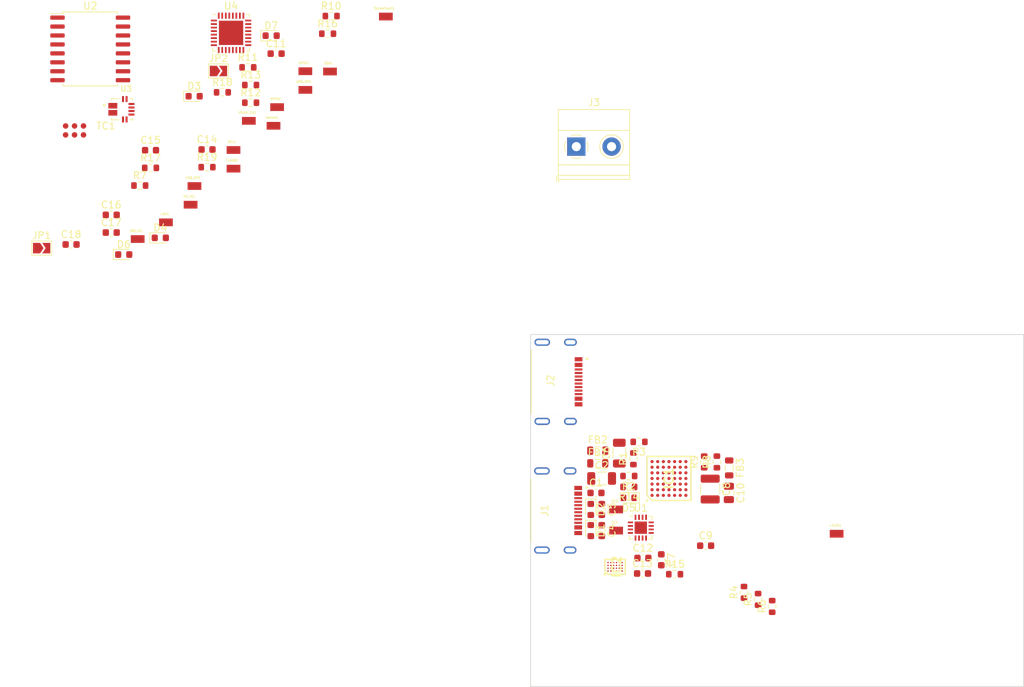
<source format=kicad_pcb>
(kicad_pcb (version 20211014) (generator pcbnew)
  (layers (0 "F.Cu" signal) (31 "B.Cu" signal) (34 "B.Paste" user) (35 "F.Paste" user) (36 "B.SilkS" user "B.Silkscreen") (37 "F.SilkS" user "F.Silkscreen") (38 "B.Mask" user) (39 "F.Mask" user) (44 "Edge.Cuts" user))
  (net 0 "")
  (net 1 "+3V3")
  (net 2 "+5V")
  (net 3 "VBUS")
  (net 4 "GND")
  (net 5 "/CC2")
  (net 6 "/CC1")
  (net 7 "Net-(C8-Pad1)")
  (net 8 "Net-(C11-Pad1)")
  (net 9 "GND1")
  (net 10 "Net-(C13-Pad1)")
  (net 11 "Net-(D3-Pad1)")
  (net 12 "Net-(D4-Pad1)")
  (net 13 "Net-(D5-Pad1)")
  (net 14 "Net-(D6-Pad1)")
  (net 15 "Net-(D7-Pad1)")
  (net 16 "Net-(D7-Pad2)")
  (net 17 "/DBG_N")
  (net 18 "/FLAGB")
  (net 19 "Net-(GPIO1-Pad1)")
  (net 20 "Net-(GPIO2-Pad1)")
  (net 21 "Net-(IC1-PadB6)")
  (net 26 "Net-(IC1-PadE7)")
  (net 28 "Net-(IC1-PadF7)")
  (net 31 "/VSINK_EN")
  (net 32 "Net-(IC2-PadC1)")
  (net 33 "/INT_N")
  (net 34 "/Isense")
  (net 41 "Net-(J2-PadA6)")
  (net 42 "Net-(J2-PadA7)")
  (net 45 "Net-(J3-Pad2)")
  (net 46 "Net-(JP1-Pad1)")
  (net 47 "/USB_DP")
  (net 48 "Net-(JP2-Pad1)")
  (net 49 "/USB_DM")
  (net 50 "/SDA")
  (net 51 "/SCL")
  (net 52 "Net-(R17-Pad2)")
  (net 53 "Net-(R18-Pad1)")
  (net 54 "/SenseFault")
  (net 55 "Net-(TC1-Pad2)")
  (net 56 "Net-(TC1-Pad4)")
  (net 75 "Net-(C6-Pad1)")
  (footprint "Capacitor_SMD:C_1206_3216Metric" (layer "F.Cu") (at 120.0875 90.45)
    (fp_text reference "C2" (at 0 -1.85) (layer "F.SilkS"))
    (fp_text value "10uF")
    (pad "1" smd roundrect (at -1.475 0) (size 1.15 1.8) (layers "F.Cu" "F.Paste" "F.Mask") (roundrect_rratio 0.217391) (net 3 "VBUS"))
    (pad "2" smd roundrect (at 1.475 0) (size 1.15 1.8) (layers "F.Cu" "F.Paste" "F.Mask") (roundrect_rratio 0.217391) (net 4 "GND"))
  )
  (footprint "Diode_SMD:D_0603_1608Metric" (layer "F.Cu") (at 118.55 94.85 -90)
    (fp_text reference "D2" (at 0 -1.43 -90) (layer "F.SilkS"))
    (fp_text value "25V")
    (pad "1" smd roundrect (at -0.7875 0 270) (size 0.875 0.95) (layers "F.Cu" "F.Paste" "F.Mask") (net 6 "/CC1"))
    (pad "2" smd roundrect (at 0.7875 0 270) (size 0.875 0.95) (layers "F.Cu" "F.Paste" "F.Mask") (net 4 "GND"))
  )
  (footprint "Resistor_SMD:R_0603_1608Metric" (layer "F.Cu") (at 64.075 46.225)
    (fp_text reference "R19" (at 0 -1.43) (layer "F.SilkS"))
    (fp_text value "10K")
    (pad "1" smd roundrect (at -0.825 0) (size 0.8 0.95) (layers "F.Cu" "F.Paste" "F.Mask") (net 54 "/SenseFault"))
    (pad "2" smd roundrect (at 0.825 0) (size 0.8 0.95) (layers "F.Cu" "F.Paste" "F.Mask") (net 1 "+3V3"))
  )
  (footprint "Resistor_SMD:R_0603_1608Metric" (layer "F.Cu") (at 66.255 35.595)
    (fp_text reference "R18" (at 0 -1.43) (layer "F.SilkS"))
    (fp_text value "10k")
    (pad "1" smd roundrect (at -0.825 0) (size 0.8 0.95) (layers "F.Cu" "F.Paste" "F.Mask") (net 53 "Net-(R18-Pad1)"))
    (pad "2" smd roundrect (at 0.825 0) (size 0.8 0.95) (layers "F.Cu" "F.Paste" "F.Mask") (net 4 "GND"))
  )
  (footprint "Capacitor_SMD:C_0603_1608Metric" (layer "F.Cu") (at 134.855 100)
    (fp_text reference "C9" (at 0 -1.43) (layer "F.SilkS"))
    (fp_text value "0.1uF")
    (pad "1" smd roundrect (at -0.775 0) (size 0.9 0.95) (layers "F.Cu" "F.Paste" "F.Mask") (net 1 "+3V3"))
    (pad "2" smd roundrect (at 0.775 0) (size 0.9 0.95) (layers "F.Cu" "F.Paste" "F.Mask") (net 4 "GND"))
  )
  (footprint "USB4505-03-0-A_REVA:GCT_USB4505-03-0-A_REVA" (layer "F.Cu") (at 111.6125 95 -90)
    (fp_text reference "J1" (at 0 -0.3875 90) (layer "F.SilkS"))
    (fp_text value "USB4505-03-0-A_REVA")
    (fp_poly (pts (xy -5.62 -3.1) (xy -5.646 -3.101) (xy -5.672 -3.103) (xy -5.698 -3.106) (xy -5.724 -3.111) (xy -5.749 -3.117) (xy -5.775 -3.124) (xy -5.799 -3.133) (xy -5.823 -3.143) (xy -5.847 -3.154) (xy -5.87 -3.167) (xy -5.892 -3.181) (xy -5.914 -3.195) (xy -5.935 -3.211) (xy -5.955 -3.228) (xy -5.974 -3.246) (xy -5.992 -3.265) (xy -6.009 -3.285) (xy -6.025 -3.306) (xy -6.039 -3.328) (xy -6.053 -3.35) (xy -6.066 -3.373) (xy -6.077 -3.397) (xy -6.087 -3.421) (xy -6.096 -3.445) (xy -6.103 -3.471) (xy -6.109 -3.496) (xy -6.114 -3.522) (xy -6.117 -3.548) (xy -6.119 -3.574) (xy -6.12 -3.6) (xy -6.12 -4.4) (xy -6.119 -4.426) (xy -6.117 -4.452) (xy -6.114 -4.478) (xy -6.109 -4.504) (xy -6.103 -4.529) (xy -6.096 -4.555) (xy -6.087 -4.579) (xy -6.077 -4.603) (xy -6.066 -4.627) (xy -6.053 -4.65) (xy -6.039 -4.672) (xy -6.025 -4.694) (xy -6.009 -4.715) (xy -5.992 -4.735) (xy -5.974 -4.754) (xy -5.955 -4.772) (xy -5.935 -4.789) (xy -5.914 -4.805) (xy -5.892 -4.819) (xy -5.87 -4.833) (xy -5.847 -4.846) (xy -5.823 -4.857) (xy -5.799 -4.867) (xy -5.775 -4.876) (xy -5.749 -4.883) (xy -5.724 -4.889) (xy -5.698 -4.894) (xy -5.672 -4.897) (xy -5.646 -4.899) (xy -5.62 -4.9) (xy -5.594 -4.899) (xy -5.568 -4.897) (xy -5.542 -4.894) (xy -5.516 -4.889) (xy -5.491 -4.883) (xy -5.465 -4.876) (xy -5.441 -4.867) (xy -5.417 -4.857) (xy -5.393 -4.846) (xy -5.37 -4.833) (xy -5.348 -4.819) (xy -5.326 -4.805) (xy -5.305 -4.789) (xy -5.285 -4.772) (xy -5.266 -4.754) (xy -5.248 -4.735) (xy -5.231 -4.715) (xy -5.215 -4.694) (xy -5.201 -4.672) (xy -5.187 -4.65) (xy -5.174 -4.627) (xy -5.163 -4.603) (xy -5.153 -4.579) (xy -5.144 -4.555) (xy -5.137 -4.529) (xy -5.131 -4.504) (xy -5.126 -4.478) (xy -5.123 -4.452) (xy -5.121 -4.426) (xy -5.12 -4.4) (xy -5.12 -3.6) (xy -5.121 -3.574) (xy -5.123 -3.548) (xy -5.126 -3.522) (xy -5.131 -3.496) (xy -5.137 -3.471) (xy -5.144 -3.445) (xy -5.153 -3.421) (xy -5.163 -3.397) (xy -5.174 -3.373) (xy -5.187 -3.35) (xy -5.201 -3.328) (xy -5.215 -3.306) (xy -5.231 -3.285) (xy -5.248 -3.265) (xy -5.266 -3.246) (xy -5.285 -3.228) (xy -5.305 -3.211) (xy -5.326 -3.195) (xy -5.348 -3.181) (xy -5.37 -3.167) (xy -5.393 -3.154) (xy -5.417 -3.143) (xy -5.441 -3.133) (xy -5.465 -3.124) (xy -5.491 -3.117) (xy -5.516 -3.111) (xy -5.542 -3.106) (xy -5.568 -3.103) (xy -5.594 -3.101) (xy -5.62 -3.1)) (layer "F.Cu") (width 0.01) (fill solid))
    (fp_poly (pts (xy -5.62 1.1) (xy -5.646 1.099) (xy -5.672 1.097) (xy -5.698 1.094) (xy -5.724 1.089) (xy -5.749 1.083) (xy -5.775 1.076) (xy -5.799 1.067) (xy -5.823 1.057) (xy -5.847 1.046) (xy -5.87 1.033) (xy -5.892 1.019) (xy -5.914 1.005) (xy -5.935 0.989) (xy -5.955 0.972) (xy -5.974 0.954) (xy -5.992 0.935) (xy -6.009 0.915) (xy -6.025 0.894) (xy -6.039 0.872) (xy -6.053 0.85) (xy -6.066 0.827) (xy -6.077 0.803) (xy -6.087 0.779) (xy -6.096 0.755) (xy -6.103 0.729) (xy -6.109 0.704) (xy -6.114 0.678) (xy -6.117 0.652) (xy -6.119 0.626) (xy -6.12 0.6) (xy -6.12 -0.6) (xy -6.119 -0.626) (xy -6.117 -0.652) (xy -6.114 -0.678) (xy -6.109 -0.704) (xy -6.103 -0.729) (xy -6.096 -0.755) (xy -6.087 -0.779) (xy -6.077 -0.803) (xy -6.066 -0.827) (xy -6.053 -0.85) (xy -6.039 -0.872) (xy -6.025 -0.894) (xy -6.009 -0.915) (xy -5.992 -0.935) (xy -5.974 -0.954) (xy -5.955 -0.972) (xy -5.935 -0.989) (xy -5.914 -1.005) (xy -5.892 -1.019) (xy -5.87 -1.033) (xy -5.847 -1.046) (xy -5.823 -1.057) (xy -5.799 -1.067) (xy -5.775 -1.076) (xy -5.749 -1.083) (xy -5.724 -1.089) (xy -5.698 -1.094) (xy -5.672 -1.097) (xy -5.646 -1.099) (xy -5.62 -1.1) (xy -5.594 -1.099) (xy -5.568 -1.097) (xy -5.542 -1.094) (xy -5.516 -1.089) (xy -5.491 -1.083) (xy -5.465 -1.076) (xy -5.441 -1.067) (xy -5.417 -1.057) (xy -5.393 -1.046) (xy -5.37 -1.033) (xy -5.348 -1.019) (xy -5.326 -1.005) (xy -5.305 -0.989) (xy -5.285 -0.972) (xy -5.266 -0.954) (xy -5.248 -0.935) (xy -5.231 -0.915) (xy -5.215 -0.894) (xy -5.201 -0.872) (xy -5.187 -0.85) (xy -5.174 -0.827) (xy -5.163 -0.803) (xy -5.153 -0.779) (xy -5.144 -0.755) (xy -5.137 -0.729) (xy -5.131 -0.704) (xy -5.126 -0.678) (xy -5.123 -0.652) (xy -5.121 -0.626) (xy -5.12 -0.6) (xy -5.12 0.6) (xy -5.121 0.626) (xy -5.123 0.652) (xy -5.126 0.678) (xy -5.131 0.704) (xy -5.137 0.729) (xy -5.144 0.755) (xy -5.153 0.779) (xy -5.163 0.803) (xy -5.174 0.827) (xy -5.187 0.85) (xy -5.201 0.872) (xy -5.215 0.894) (xy -5.231 0.915) (xy -5.248 0.935) (xy -5.266 0.954) (xy -5.285 0.972) (xy -5.305 0.989) (xy -5.326 1.005) (xy -5.348 1.019) (xy -5.37 1.033) (xy -5.393 1.046) (xy -5.417 1.057) (xy -5.441 1.067) (xy -5.465 1.076) (xy -5.491 1.083) (xy -5.516 1.089) (xy -5.542 1.094) (xy -5.568 1.097) (xy -5.594 1.099) (xy -5.62 1.1)) (layer "F.Cu") (width 0.01) (fill solid))
    (fp_poly (pts (xy 5.62 1.1) (xy 5.594 1.099) (xy 5.568 1.097) (xy 5.542 1.094) (xy 5.516 1.089) (xy 5.491 1.083) (xy 5.465 1.076) (xy 5.441 1.067) (xy 5.417 1.057) (xy 5.393 1.046) (xy 5.37 1.033) (xy 5.348 1.019) (xy 5.326 1.005) (xy 5.305 0.989) (xy 5.285 0.972) (xy 5.266 0.954) (xy 5.248 0.935) (xy 5.231 0.915) (xy 5.215 0.894) (xy 5.201 0.872) (xy 5.187 0.85) (xy 5.174 0.827) (xy 5.163 0.803) (xy 5.153 0.779) (xy 5.144 0.755) (xy 5.137 0.729) (xy 5.131 0.704) (xy 5.126 0.678) (xy 5.123 0.652) (xy 5.121 0.626) (xy 5.12 0.6) (xy 5.12 -0.6) (xy 5.121 -0.626) (xy 5.123 -0.652) (xy 5.126 -0.678) (xy 5.131 -0.704) (xy 5.137 -0.729) (xy 5.144 -0.755) (xy 5.153 -0.779) (xy 5.163 -0.803) (xy 5.174 -0.827) (xy 5.187 -0.85) (xy 5.201 -0.872) (xy 5.215 -0.894) (xy 5.231 -0.915) (xy 5.248 -0.935) (xy 5.266 -0.954) (xy 5.285 -0.972) (xy 5.305 -0.989) (xy 5.326 -1.005) (xy 5.348 -1.019) (xy 5.37 -1.033) (xy 5.393 -1.046) (xy 5.417 -1.057) (xy 5.441 -1.067) (xy 5.465 -1.076) (xy 5.491 -1.083) (xy 5.516 -1.089) (xy 5.542 -1.094) (xy 5.568 -1.097) (xy 5.594 -1.099) (xy 5.62 -1.1) (xy 5.646 -1.099) (xy 5.672 -1.097) (xy 5.698 -1.094) (xy 5.724 -1.089) (xy 5.749 -1.083) (xy 5.775 -1.076) (xy 5.799 -1.067) (xy 5.823 -1.057) (xy 5.847 -1.046) (xy 5.87 -1.033) (xy 5.892 -1.019) (xy 5.914 -1.005) (xy 5.935 -0.989) (xy 5.955 -0.972) (xy 5.974 -0.954) (xy 5.992 -0.935) (xy 6.009 -0.915) (xy 6.025 -0.894) (xy 6.039 -0.872) (xy 6.053 -0.85) (xy 6.066 -0.827) (xy 6.077 -0.803) (xy 6.087 -0.779) (xy 6.096 -0.755) (xy 6.103 -0.729) (xy 6.109 -0.704) (xy 6.114 -0.678) (xy 6.117 -0.652) (xy 6.119 -0.626) (xy 6.12 -0.6) (xy 6.12 0.6) (xy 6.119 0.626) (xy 6.117 0.652) (xy 6.114 0.678) (xy 6.109 0.704) (xy 6.103 0.729) (xy 6.096 0.755) (xy 6.087 0.779) (xy 6.077 0.803) (xy 6.066 0.827) (xy 6.053 0.85) (xy 6.039 0.872) (xy 6.025 0.894) (xy 6.009 0.915) (xy 5.992 0.935) (xy 5.974 0.954) (xy 5.955 0.972) (xy 5.935 0.989) (xy 5.914 1.005) (xy 5.892 1.019) (xy 5.87 1.033) (xy 5.847 1.046) (xy 5.823 1.057) (xy 5.799 1.067) (xy 5.775 1.076) (xy 5.749 1.083) (xy 5.724 1.089) (xy 5.698 1.094) (xy 5.672 1.097) (xy 5.646 1.099) (xy 5.62 1.1)) (layer "F.Cu") (width 0.01) (fill solid))
    (fp_poly (pts (xy 5.62 -3.1) (xy 5.594 -3.101) (xy 5.568 -3.103) (xy 5.542 -3.106) (xy 5.516 -3.111) (xy 5.491 -3.117) (xy 5.465 -3.124) (xy 5.441 -3.133) (xy 5.417 -3.143) (xy 5.393 -3.154) (xy 5.37 -3.167) (xy 5.348 -3.181) (xy 5.326 -3.195) (xy 5.305 -3.211) (xy 5.285 -3.228) (xy 5.266 -3.246) (xy 5.248 -3.265) (xy 5.231 -3.285) (xy 5.215 -3.306) (xy 5.201 -3.328) (xy 5.187 -3.35) (xy 5.174 -3.373) (xy 5.163 -3.397) (xy 5.153 -3.421) (xy 5.144 -3.445) (xy 5.137 -3.471) (xy 5.131 -3.496) (xy 5.126 -3.522) (xy 5.123 -3.548) (xy 5.121 -3.574) (xy 5.12 -3.6) (xy 5.12 -4.4) (xy 5.121 -4.426) (xy 5.123 -4.452) (xy 5.126 -4.478) (xy 5.131 -4.504) (xy 5.137 -4.529) (xy 5.144 -4.555) (xy 5.153 -4.579) (xy 5.163 -4.603) (xy 5.174 -4.627) (xy 5.187 -4.65) (xy 5.201 -4.672) (xy 5.215 -4.694) (xy 5.231 -4.715) (xy 5.248 -4.735) (xy 5.266 -4.754) (xy 5.285 -4.772) (xy 5.305 -4.789) (xy 5.326 -4.805) (xy 5.348 -4.819) (xy 5.37 -4.833) (xy 5.393 -4.846) (xy 5.417 -4.857) (xy 5.441 -4.867) (xy 5.465 -4.876) (xy 5.491 -4.883) (xy 5.516 -4.889) (xy 5.542 -4.894) (xy 5.568 -4.897) (xy 5.594 -4.899) (xy 5.62 -4.9) (xy 5.646 -4.899) (xy 5.672 -4.897) (xy 5.698 -4.894) (xy 5.724 -4.889) (xy 5.749 -4.883) (xy 5.775 -4.876) (xy 5.799 -4.867) (xy 5.823 -4.857) (xy 5.847 -4.846) (xy 5.87 -4.833) (xy 5.892 -4.819) (xy 5.914 -4.805) (xy 5.935 -4.789) (xy 5.955 -4.772) (xy 5.974 -4.754) (xy 5.992 -4.735) (xy 6.009 -4.715) (xy 6.025 -4.694) (xy 6.039 -4.672) (xy 6.053 -4.65) (xy 6.066 -4.627) (xy 6.077 -4.603) (xy 6.087 -4.579) (xy 6.096 -4.555) (xy 6.103 -4.529) (xy 6.109 -4.504) (xy 6.114 -4.478) (xy 6.117 -4.452) (xy 6.119 -4.426) (xy 6.12 -4.4) (xy 6.12 -3.6) (xy 6.119 -3.574) (xy 6.117 -3.548) (xy 6.114 -3.522) (xy 6.109 -3.496) (xy 6.103 -3.471) (xy 6.096 -3.445) (xy 6.087 -3.421) (xy 6.077 -3.397) (xy 6.066 -3.373) (xy 6.053 -3.35) (xy 6.039 -3.328) (xy 6.025 -3.306) (xy 6.009 -3.285) (xy 5.992 -3.265) (xy 5.974 -3.246) (xy 5.955 -3.228) (xy 5.935 -3.211) (xy 5.914 -3.195) (xy 5.892 -3.181) (xy 5.87 -3.167) (xy 5.847 -3.154) (xy 5.823 -3.143) (xy 5.799 -3.133) (xy 5.775 -3.124) (xy 5.749 -3.117) (xy 5.724 -3.111) (xy 5.698 -3.106) (xy 5.672 -3.103) (xy 5.646 -3.101) (xy 5.62 -3.1)) (layer "F.Cu") (width 0.01) (fill solid))
    (fp_poly (pts (xy -5.62 1.1) (xy -5.646 1.099) (xy -5.672 1.097) (xy -5.698 1.094) (xy -5.724 1.089) (xy -5.749 1.083) (xy -5.775 1.076) (xy -5.799 1.067) (xy -5.823 1.057) (xy -5.847 1.046) (xy -5.87 1.033) (xy -5.892 1.019) (xy -5.914 1.005) (xy -5.935 0.989) (xy -5.955 0.972) (xy -5.974 0.954) (xy -5.992 0.935) (xy -6.009 0.915) (xy -6.025 0.894) (xy -6.039 0.872) (xy -6.053 0.85) (xy -6.066 0.827) (xy -6.077 0.803) (xy -6.087 0.779) (xy -6.096 0.755) (xy -6.103 0.729) (xy -6.109 0.704) (xy -6.114 0.678) (xy -6.117 0.652) (xy -6.119 0.626) (xy -6.12 0.6) (xy -6.12 -0.6) (xy -6.119 -0.626) (xy -6.117 -0.652) (xy -6.114 -0.678) (xy -6.109 -0.704) (xy -6.103 -0.729) (xy -6.096 -0.755) (xy -6.087 -0.779) (xy -6.077 -0.803) (xy -6.066 -0.827) (xy -6.053 -0.85) (xy -6.039 -0.872) (xy -6.025 -0.894) (xy -6.009 -0.915) (xy -5.992 -0.935) (xy -5.974 -0.954) (xy -5.955 -0.972) (xy -5.935 -0.989) (xy -5.914 -1.005) (xy -5.892 -1.019) (xy -5.87 -1.033) (xy -5.847 -1.046) (xy -5.823 -1.057) (xy -5.799 -1.067) (xy -5.775 -1.076) (xy -5.749 -1.083) (xy -5.724 -1.089) (xy -5.698 -1.094) (xy -5.672 -1.097) (xy -5.646 -1.099) (xy -5.62 -1.1) (xy -5.594 -1.099) (xy -5.568 -1.097) (xy -5.542 -1.094) (xy -5.516 -1.089) (xy -5.491 -1.083) (xy -5.465 -1.076) (xy -5.441 -1.067) (xy -5.417 -1.057) (xy -5.393 -1.046) (xy -5.37 -1.033) (xy -5.348 -1.019) (xy -5.326 -1.005) (xy -5.305 -0.989) (xy -5.285 -0.972) (xy -5.266 -0.954) (xy -5.248 -0.935) (xy -5.231 -0.915) (xy -5.215 -0.894) (xy -5.201 -0.872) (xy -5.187 -0.85) (xy -5.174 -0.827) (xy -5.163 -0.803) (xy -5.153 -0.779) (xy -5.144 -0.755) (xy -5.137 -0.729) (xy -5.131 -0.704) (xy -5.126 -0.678) (xy -5.123 -0.652) (xy -5.121 -0.626) (xy -5.12 -0.6) (xy -5.12 0.6) (xy -5.121 0.626) (xy -5.123 0.652) (xy -5.126 0.678) (xy -5.131 0.704) (xy -5.137 0.729) (xy -5.144 0.755) (xy -5.153 0.779) (xy -5.163 0.803) (xy -5.174 0.827) (xy -5.187 0.85) (xy -5.201 0.872) (xy -5.215 0.894) (xy -5.231 0.915) (xy -5.248 0.935) (xy -5.266 0.954) (xy -5.285 0.972) (xy -5.305 0.989) (xy -5.326 1.005) (xy -5.348 1.019) (xy -5.37 1.033) (xy -5.393 1.046) (xy -5.417 1.057) (xy -5.441 1.067) (xy -5.465 1.076) (xy -5.491 1.083) (xy -5.516 1.089) (xy -5.542 1.094) (xy -5.568 1.097) (xy -5.594 1.099) (xy -5.62 1.1)) (layer "B.Cu") (width 0.01) (fill solid))
    (fp_poly (pts (xy 5.62 -3.1) (xy 5.594 -3.101) (xy 5.568 -3.103) (xy 5.542 -3.106) (xy 5.516 -3.111) (xy 5.491 -3.117) (xy 5.465 -3.124) (xy 5.441 -3.133) (xy 5.417 -3.143) (xy 5.393 -3.154) (xy 5.37 -3.167) (xy 5.348 -3.181) (xy 5.326 -3.195) (xy 5.305 -3.211) (xy 5.285 -3.228) (xy 5.266 -3.246) (xy 5.248 -3.265) (xy 5.231 -3.285) (xy 5.215 -3.306) (xy 5.201 -3.328) (xy 5.187 -3.35) (xy 5.174 -3.373) (xy 5.163 -3.397) (xy 5.153 -3.421) (xy 5.144 -3.445) (xy 5.137 -3.471) (xy 5.131 -3.496) (xy 5.126 -3.522) (xy 5.123 -3.548) (xy 5.121 -3.574) (xy 5.12 -3.6) (xy 5.12 -4.4) (xy 5.121 -4.426) (xy 5.123 -4.452) (xy 5.126 -4.478) (xy 5.131 -4.504) (xy 5.137 -4.529) (xy 5.144 -4.555) (xy 5.153 -4.579) (xy 5.163 -4.603) (xy 5.174 -4.627) (xy 5.187 -4.65) (xy 5.201 -4.672) (xy 5.215 -4.694) (xy 5.231 -4.715) (xy 5.248 -4.735) (xy 5.266 -4.754) (xy 5.285 -4.772) (xy 5.305 -4.789) (xy 5.326 -4.805) (xy 5.348 -4.819) (xy 5.37 -4.833) (xy 5.393 -4.846) (xy 5.417 -4.857) (xy 5.441 -4.867) (xy 5.465 -4.876) (xy 5.491 -4.883) (xy 5.516 -4.889) (xy 5.542 -4.894) (xy 5.568 -4.897) (xy 5.594 -4.899) (xy 5.62 -4.9) (xy 5.646 -4.899) (xy 5.672 -4.897) (xy 5.698 -4.894) (xy 5.724 -4.889) (xy 5.749 -4.883) (xy 5.775 -4.876) (xy 5.799 -4.867) (xy 5.823 -4.857) (xy 5.847 -4.846) (xy 5.87 -4.833) (xy 5.892 -4.819) (xy 5.914 -4.805) (xy 5.935 -4.789) (xy 5.955 -4.772) (xy 5.974 -4.754) (xy 5.992 -4.735) (xy 6.009 -4.715) (xy 6.025 -4.694) (xy 6.039 -4.672) (xy 6.053 -4.65) (xy 6.066 -4.627) (xy 6.077 -4.603) (xy 6.087 -4.579) (xy 6.096 -4.555) (xy 6.103 -4.529) (xy 6.109 -4.504) (xy 6.114 -4.478) (xy 6.117 -4.452) (xy 6.119 -4.426) (xy 6.12 -4.4) (xy 6.12 -3.6) (xy 6.119 -3.574) (xy 6.117 -3.548) (xy 6.114 -3.522) (xy 6.109 -3.496) (xy 6.103 -3.471) (xy 6.096 -3.445) (xy 6.087 -3.421) (xy 6.077 -3.397) (xy 6.066 -3.373) (xy 6.053 -3.35) (xy 6.039 -3.328) (xy 6.025 -3.306) (xy 6.009 -3.285) (xy 5.992 -3.265) (xy 5.974 -3.246) (xy 5.955 -3.228) (xy 5.935 -3.211) (xy 5.914 -3.195) (xy 5.892 -3.181) (xy 5.87 -3.167) (xy 5.847 -3.154) (xy 5.823 -3.143) (xy 5.799 -3.133) (xy 5.775 -3.124) (xy 5.749 -3.117) (xy 5.724 -3.111) (xy 5.698 -3.106) (xy 5.672 -3.103) (xy 5.646 -3.101) (xy 5.62 -3.1)) (layer "B.Cu") (width 0.01) (fill solid))
    (fp_poly (pts (xy 5.62 1.1) (xy 5.594 1.099) (xy 5.568 1.097) (xy 5.542 1.094) (xy 5.516 1.089) (xy 5.491 1.083) (xy 5.465 1.076) (xy 5.441 1.067) (xy 5.417 1.057) (xy 5.393 1.046) (xy 5.37 1.033) (xy 5.348 1.019) (xy 5.326 1.005) (xy 5.305 0.989) (xy 5.285 0.972) (xy 5.266 0.954) (xy 5.248 0.935) (xy 5.231 0.915) (xy 5.215 0.894) (xy 5.201 0.872) (xy 5.187 0.85) (xy 5.174 0.827) (xy 5.163 0.803) (xy 5.153 0.779) (xy 5.144 0.755) (xy 5.137 0.729) (xy 5.131 0.704) (xy 5.126 0.678) (xy 5.123 0.652) (xy 5.121 0.626) (xy 5.12 0.6) (xy 5.12 -0.6) (xy 5.121 -0.626) (xy 5.123 -0.652) (xy 5.126 -0.678) (xy 5.131 -0.704) (xy 5.137 -0.729) (xy 5.144 -0.755) (xy 5.153 -0.779) (xy 5.163 -0.803) (xy 5.174 -0.827) (xy 5.187 -0.85) (xy 5.201 -0.872) (xy 5.215 -0.894) (xy 5.231 -0.915) (xy 5.248 -0.935) (xy 5.266 -0.954) (xy 5.285 -0.972) (xy 5.305 -0.989) (xy 5.326 -1.005) (xy 5.348 -1.019) (xy 5.37 -1.033) (xy 5.393 -1.046) (xy 5.417 -1.057) (xy 5.441 -1.067) (xy 5.465 -1.076) (xy 5.491 -1.083) (xy 5.516 -1.089) (xy 5.542 -1.094) (xy 5.568 -1.097) (xy 5.594 -1.099) (xy 5.62 -1.1) (xy 5.646 -1.099) (xy 5.672 -1.097) (xy 5.698 -1.094) (xy 5.724 -1.089) (xy 5.749 -1.083) (xy 5.775 -1.076) (xy 5.799 -1.067) (xy 5.823 -1.057) (xy 5.847 -1.046) (xy 5.87 -1.033) (xy 5.892 -1.019) (xy 5.914 -1.005) (xy 5.935 -0.989) (xy 5.955 -0.972) (xy 5.974 -0.954) (xy 5.992 -0.935) (xy 6.009 -0.915) (xy 6.025 -0.894) (xy 6.039 -0.872) (xy 6.053 -0.85) (xy 6.066 -0.827) (xy 6.077 -0.803) (xy 6.087 -0.779) (xy 6.096 -0.755) (xy 6.103 -0.729) (xy 6.109 -0.704) (xy 6.114 -0.678) (xy 6.117 -0.652) (xy 6.119 -0.626) (xy 6.12 -0.6) (xy 6.12 0.6) (xy 6.119 0.626) (xy 6.117 0.652) (xy 6.114 0.678) (xy 6.109 0.704) (xy 6.103 0.729) (xy 6.096 0.755) (xy 6.087 0.779) (xy 6.077 0.803) (xy 6.066 0.827) (xy 6.053 0.85) (xy 6.039 0.872) (xy 6.025 0.894) (xy 6.009 0.915) (xy 5.992 0.935) (xy 5.974 0.954) (xy 5.955 0.972) (xy 5.935 0.989) (xy 5.914 1.005) (xy 5.892 1.019) (xy 5.87 1.033) (xy 5.847 1.046) (xy 5.823 1.057) (xy 5.799 1.067) (xy 5.775 1.076) (xy 5.749 1.083) (xy 5.724 1.089) (xy 5.698 1.094) (xy 5.672 1.097) (xy 5.646 1.099) (xy 5.62 1.1)) (layer "B.Cu") (width 0.01) (fill solid))
    (fp_poly (pts (xy -5.62 -3.1) (xy -5.646 -3.101) (xy -5.672 -3.103) (xy -5.698 -3.106) (xy -5.724 -3.111) (xy -5.749 -3.117) (xy -5.775 -3.124) (xy -5.799 -3.133) (xy -5.823 -3.143) (xy -5.847 -3.154) (xy -5.87 -3.167) (xy -5.892 -3.181) (xy -5.914 -3.195) (xy -5.935 -3.211) (xy -5.955 -3.228) (xy -5.974 -3.246) (xy -5.992 -3.265) (xy -6.009 -3.285) (xy -6.025 -3.306) (xy -6.039 -3.328) (xy -6.053 -3.35) (xy -6.066 -3.373) (xy -6.077 -3.397) (xy -6.087 -3.421) (xy -6.096 -3.445) (xy -6.103 -3.471) (xy -6.109 -3.496) (xy -6.114 -3.522) (xy -6.117 -3.548) (xy -6.119 -3.574) (xy -6.12 -3.6) (xy -6.12 -4.4) (xy -6.119 -4.426) (xy -6.117 -4.452) (xy -6.114 -4.478) (xy -6.109 -4.504) (xy -6.103 -4.529) (xy -6.096 -4.555) (xy -6.087 -4.579) (xy -6.077 -4.603) (xy -6.066 -4.627) (xy -6.053 -4.65) (xy -6.039 -4.672) (xy -6.025 -4.694) (xy -6.009 -4.715) (xy -5.992 -4.735) (xy -5.974 -4.754) (xy -5.955 -4.772) (xy -5.935 -4.789) (xy -5.914 -4.805) (xy -5.892 -4.819) (xy -5.87 -4.833) (xy -5.847 -4.846) (xy -5.823 -4.857) (xy -5.799 -4.867) (xy -5.775 -4.876) (xy -5.749 -4.883) (xy -5.724 -4.889) (xy -5.698 -4.894) (xy -5.672 -4.897) (xy -5.646 -4.899) (xy -5.62 -4.9) (xy -5.594 -4.899) (xy -5.568 -4.897) (xy -5.542 -4.894) (xy -5.516 -4.889) (xy -5.491 -4.883) (xy -5.465 -4.876) (xy -5.441 -4.867) (xy -5.417 -4.857) (xy -5.393 -4.846) (xy -5.37 -4.833) (xy -5.348 -4.819) (xy -5.326 -4.805) (xy -5.305 -4.789) (xy -5.285 -4.772) (xy -5.266 -4.754) (xy -5.248 -4.735) (xy -5.231 -4.715) (xy -5.215 -4.694) (xy -5.201 -4.672) (xy -5.187 -4.65) (xy -5.174 -4.627) (xy -5.163 -4.603) (xy -5.153 -4.579) (xy -5.144 -4.555) (xy -5.137 -4.529) (xy -5.131 -4.504) (xy -5.126 -4.478) (xy -5.123 -4.452) (xy -5.121 -4.426) (xy -5.12 -4.4) (xy -5.12 -3.6) (xy -5.121 -3.574) (xy -5.123 -3.548) (xy -5.126 -3.522) (xy -5.131 -3.496) (xy -5.137 -3.471) (xy -5.144 -3.445) (xy -5.153 -3.421) (xy -5.163 -3.397) (xy -5.174 -3.373) (xy -5.187 -3.35) (xy -5.201 -3.328) (xy -5.215 -3.306) (xy -5.231 -3.285) (xy -5.248 -3.265) (xy -5.266 -3.246) (xy -5.285 -3.228) (xy -5.305 -3.211) (xy -5.326 -3.195) (xy -5.348 -3.181) (xy -5.37 -3.167) (xy -5.393 -3.154) (xy -5.417 -3.143) (xy -5.441 -3.133) (xy -5.465 -3.124) (xy -5.491 -3.117) (xy -5.516 -3.111) (xy -5.542 -3.106) (xy -5.568 -3.103) (xy -5.594 -3.101) (xy -5.62 -3.1)) (layer "B.Cu") (width 0.01) (fill solid))
    (fp_line (start -6.52 1.6) (end -4.62 1.6) (layer "Edge.Cuts") (width 0.01))
    (fp_line (start -3.82 -4.6) (end 3.82 -4.6) (layer "Edge.Cuts") (width 0.01))
    (fp_line (start 4.62 -4.6) (end 4.62 1.6) (layer "Edge.Cuts") (width 0.01))
    (fp_line (start 4.62 1.6) (end 6.36 1.6) (layer "Edge.Cuts") (width 0.01))
    (fp_line (start -4.62 1.6) (end -4.62 -4.6) (layer "Edge.Cuts") (width 0.01))
    (fp_arc (start -4.295 -5) (mid -4.07451 -4.92731) (end -3.97 -4.72) (layer "Edge.Cuts") (width 0.01))
    (fp_arc (start 3.97 -4.72) (mid 3.919853 -4.628934) (end 3.82 -4.6) (layer "Edge.Cuts") (width 0.01))
    (fp_arc (start -4.62 -4.6) (mid -4.540343 -4.86731) (end -4.295 -5) (layer "Edge.Cuts") (width 0.01))
    (fp_arc (start -3.82 -4.6) (mid -3.919853 -4.628934) (end -3.97 -4.72) (layer "Edge.Cuts") (width 0.01))
    (fp_arc (start 3.97 -4.72) (mid 4.07451 -4.92731) (end 4.295 -5) (layer "Edge.Cuts") (width 0.01))
    (fp_arc (start 4.295 -5) (mid 4.540343 -4.86731) (end 4.62 -4.6) (layer "Edge.Cuts") (width 0.01))
    (pad "A1_B12" smd rect (at -3.2 -5.15 270) (size 0.6 1.1) (layers "F.Cu" "F.Paste" "F.Mask") (net 4 "GND"))
    (pad "A4_B9" smd rect (at -2.4 -5.15 270) (size 0.6 1.1) (layers "F.Cu" "F.Paste" "F.Mask") (net 3 "VBUS"))
    (pad "A5" smd rect (at -1.25 -5.15 270) (size 0.3 1.1) (layers "F.Cu" "F.Paste" "F.Mask") (net 6 "/CC1"))
    (pad "A6" smd rect (at -0.25 -5.15 270) (size 0.3 1.1) (layers "F.Cu" "F.Paste" "F.Mask"))
    (pad "A7" smd rect (at 0.25 -5.15 270) (size 0.3 1.1) (layers "F.Cu" "F.Paste" "F.Mask"))
    (pad "A8" smd rect (at 1.25 -5.15 270) (size 0.3 1.1) (layers "F.Cu" "F.Paste" "F.Mask"))
    (pad "B1_A12" smd rect (at 3.2 -5.15 270) (size 0.6 1.1) (layers "F.Cu" "F.Paste" "F.Mask") (net 4 "GND"))
    (pad "B4_A9" smd rect (at 2.4 -5.15 270) (size 0.6 1.1) (layers "F.Cu" "F.Paste" "F.Mask") (net 3 "VBUS"))
    (pad "B5" smd rect (at 1.75 -5.15 270) (size 0.3 1.1) (layers "F.Cu" "F.Paste" "F.Mask") (net 5 "/CC2"))
    (pad "B6" smd rect (at 0.75 -5.15 270) (size 0.3 1.1) (layers "F.Cu" "F.Paste" "F.Mask"))
    (pad "B7" smd rect (at -0.75 -5.15 270) (size 0.3 1.1) (layers "F.Cu" "F.Paste" "F.Mask"))
    (pad "B8" smd rect (at -1.75 -5.15 270) (size 0.3 1.1) (layers "F.Cu" "F.Paste" "F.Mask"))
    (pad "S1" thru_hole oval (at -5.62 0 270) (size 0.95 1.9) (drill oval 0.6 1.8) (layers *.Cu) (net 4 "GND"))
    (pad "S2" thru_hole oval (at 5.62 -4 270) (size 0.8 1.6) (drill oval 0.6 1.4) (layers *.Cu) (net 4 "GND"))
    (pad "S3" thru_hole oval (at -5.62 -4 270) (size 0.8 1.6) (drill oval 0.6 1.4) (layers *.Cu) (net 4 "GND"))
    (pad "S4" thru_hole oval (at 5.62 0 270) (size 0.95 1.9) (drill oval 0.6 1.8) (layers *.Cu) (net 4 "GND"))
  )
  (footprint "Capacitor_SMD:C_0603_1608Metric" (layer "F.Cu") (at 56.055 43.815)
    (fp_text reference "C15" (at 0 -1.43) (layer "F.SilkS"))
    (fp_text value "1uF")
    (pad "1" smd roundrect (at -0.775 0) (size 0.9 0.95) (layers "F.Cu" "F.Paste" "F.Mask") (net 1 "+3V3"))
    (pad "2" smd roundrect (at 0.775 0) (size 0.9 0.95) (layers "F.Cu" "F.Paste" "F.Mask") (net 4 "GND"))
  )
  (footprint "Jumper:SolderJumper-2_P1.3mm_Open_TrianglePad1.0x1.5mm" (layer "F.Cu") (at 65.695 32.565)
    (fp_text reference "JP2" (at 0 -1.8) (layer "F.SilkS"))
    (fp_text value "Jumper_2_Open")
    (pad "1" smd custom (at -0.725 0) (size 0.3 0.3) (layers "F.Cu" "F.Mask") (net 48 "Net-(JP2-Pad1)") (options (clearance outline) (anchor rect)) (primitives (gr_poly (pts (xy 1 0) (xy 0.5 0.75) (xy -0.5 0.75) (xy -0.5 -0.75) (xy 0.5 -0.75)) (width 0) (fill yes))))
    (pad "2" smd custom (at 0.725 0) (size 0.3 0.3) (layers "F.Cu" "F.Mask") (net 49 "/USB_DM") (options (clearance outline) (anchor rect)) (primitives (gr_poly (pts (xy 0.5 0.75) (xy -0.65 0.75) (xy -0.15 0) (xy -0.65 -0.75) (xy 0.5 -0.75)) (width 0) (fill yes))))
  )
  (footprint "TerminalBlock_Phoenix:TerminalBlock_Phoenix_MKDS-1,5-2_1x02_P5.00mm_Horizontal" (layer "F.Cu") (at 116.5 43.305)
    (fp_text reference "J3" (at 2.5 -6.26) (layer "F.SilkS"))
    (fp_text value "Screw_Terminal_01x02")
    (pad "1" thru_hole rect (at 0 0) (size 2.6 2.6) (drill 1.3) (layers *.Cu *.Mask) (net 4 "GND"))
    (pad "2" thru_hole circle (at 5 0) (size 2.6 2.6) (drill 1.3) (layers *.Cu *.Mask) (net 45 "Net-(J3-Pad2)"))
  )
  (footprint "RCU-0C:TP+195X110" (layer "F.Cu") (at 61.74 51.555)
    (fp_text reference "INT_N1" (at -0.209 -1.1732) (layer "F.SilkS") (effects (font (size 0.32 0.32))))
    (fp_text value "RCU-0C")
    (pad "1" smd rect (at 0 0) (size 1.95 1.1) (layers "F.Cu" "F.Paste" "F.Mask") (net 33 "/INT_N"))
  )
  (footprint "Capacitor_SMD:C_0603_1608Metric" (layer "F.Cu") (at 64.075 43.715)
    (fp_text reference "C14" (at 0 -1.43) (layer "F.SilkS"))
    (fp_text value "0.1uF")
    (pad "1" smd roundrect (at -0.775 0) (size 0.9 0.95) (layers "F.Cu" "F.Paste" "F.Mask") (net 1 "+3V3"))
    (pad "2" smd roundrect (at 0.775 0) (size 0.9 0.95) (layers "F.Cu" "F.Paste" "F.Mask") (net 4 "GND"))
  )
  (footprint "RCU-0C:TP+195X110" (layer "F.Cu") (at 74.02 37.695)
    (fp_text reference "GPIO2" (at -0.209 -1.1732) (layer "F.SilkS") (effects (font (size 0.32 0.32))))
    (fp_text value "RCU-0C")
    (pad "1" smd rect (at 0 0) (size 1.95 1.1) (layers "F.Cu" "F.Paste" "F.Mask") (net 20 "Net-(GPIO2-Pad1)"))
  )
  (footprint "Resistor_SMD:R_0603_1608Metric" (layer "F.Cu") (at 134.65 88.1 90)
    (fp_text reference "R9" (at 0 -1.43 90) (layer "F.SilkS"))
    (fp_text value "22k")
    (pad "1" smd roundrect (at -0.825 0 90) (size 0.8 0.95) (layers "F.Cu" "F.Paste" "F.Mask") (net 28 "Net-(IC1-PadF7)"))
    (pad "2" smd roundrect (at 0.825 0 90) (size 0.8 0.95) (layers "F.Cu" "F.Paste" "F.Mask") (net 4 "GND"))
  )
  (footprint "RCU-0C:TP+195X110" (layer "F.Cu") (at 54.23 56.435)
    (fp_text reference "DBG_N1" (at -0.209 -1.1732) (layer "F.SilkS") (effects (font (size 0.32 0.32))))
    (fp_text value "RCU-0C")
    (pad "1" smd rect (at 0 0) (size 1.95 1.1) (layers "F.Cu" "F.Paste" "F.Mask") (net 17 "/DBG_N"))
  )
  (footprint "Capacitor_SMD:C_0603_1608Metric" (layer "F.Cu") (at 50.475 55.515)
    (fp_text reference "C17" (at 0 -1.43) (layer "F.SilkS"))
    (fp_text value "100nF")
    (pad "1" smd roundrect (at -0.775 0) (size 0.9 0.95) (layers "F.Cu" "F.Paste" "F.Mask") (net 1 "+3V3"))
    (pad "2" smd roundrect (at 0.775 0) (size 0.9 0.95) (layers "F.Cu" "F.Paste" "F.Mask") (net 4 "GND"))
  )
  (footprint "Inductor_SMD:L_0805_2012Metric" (layer "F.Cu") (at 138.2 88.95 -90)
    (fp_text reference "FB3" (at 0 -1.55 90) (layer "F.SilkS"))
    (fp_text value "300Ω AT 100MHz")
    (pad "1" smd roundrect (at -1.0625 0 270) (size 0.875 1.2) (layers "F.Cu" "F.Paste" "F.Mask") (net 7 "Net-(C8-Pad1)"))
    (pad "2" smd roundrect (at 1.0625 0 270) (size 0.875 1.2) (layers "F.Cu" "F.Paste" "F.Mask") (net 1 "+3V3"))
  )
  (footprint "Resistor_SMD:R_0603_1608Metric" (layer "F.Cu") (at 70.265 34.555)
    (fp_text reference "R13" (at 0 -1.43) (layer "F.SilkS"))
    (fp_text value "5.1k")
    (pad "1" smd roundrect (at -0.825 0) (size 0.8 0.95) (layers "F.Cu" "F.Paste" "F.Mask") (net 14 "Net-(D6-Pad1)"))
    (pad "2" smd roundrect (at 0.825 0) (size 0.8 0.95) (layers "F.Cu" "F.Paste" "F.Mask") (net 9 "GND1"))
  )
  (footprint "RCU-0C:TP+195X110" (layer "F.Cu") (at 153.45 98.3)
    (fp_text reference "+3.3V1" (at -0.209 -1.1732) (layer "F.SilkS") (effects (font (size 0.32 0.32))))
    (fp_text value "RCU-0C")
    (pad "1" smd rect (at 0 0) (size 1.95 1.1) (layers "F.Cu" "F.Paste" "F.Mask") (net 1 "+3V3"))
  )
  (footprint "Resistor_SMD:R_0603_1608Metric" (layer "F.Cu") (at 124.6 87.65 90)
    (fp_text reference "R1" (at 0 -1.43 90) (layer "F.SilkS"))
    (fp_text value "200k")
    (pad "1" smd roundrect (at -0.825 0 90) (size 0.8 0.95) (layers "F.Cu" "F.Paste" "F.Mask") (net 75 "Net-(C6-Pad1)"))
    (pad "2" smd roundrect (at 0.825 0 90) (size 0.8 0.95) (layers "F.Cu" "F.Paste" "F.Mask") (net 21 "Net-(IC1-PadB6)"))
  )
  (footprint "Resistor_SMD:R_0603_1608Metric" (layer "F.Cu") (at 125.4 85.25 180)
    (fp_text reference "R3" (at 0 -1.43) (layer "F.SilkS"))
    (fp_text value "40.2k")
    (pad "1" smd roundrect (at -0.825 0 180) (size 0.8 0.95) (layers "F.Cu" "F.Paste" "F.Mask") (net 26 "Net-(IC1-PadE7)"))
    (pad "2" smd roundrect (at 0.825 0 180) (size 0.8 0.95) (layers "F.Cu" "F.Paste" "F.Mask") (net 4 "GND"))
  )
  (footprint "RCU-0C:TP+195X110" (layer "F.Cu") (at 67.83 43.785)
    (fp_text reference "SCL1" (at -0.209 -1.1732) (layer "F.SilkS") (effects (font (size 0.32 0.32))))
    (fp_text value "RCU-0C")
    (pad "1" smd rect (at 0 0) (size 1.95 1.1) (layers "F.Cu" "F.Paste" "F.Mask") (net 51 "/SCL"))
  )
  (footprint "Resistor_SMD:R_0603_1608Metric" (layer "F.Cu") (at 54.525 48.835)
    (fp_text reference "R7" (at 0 -1.43) (layer "F.SilkS"))
    (fp_text value "350")
    (pad "1" smd roundrect (at -0.825 0) (size 0.8 0.95) (layers "F.Cu" "F.Paste" "F.Mask") (net 11 "Net-(D3-Pad1)"))
    (pad "2" smd roundrect (at 0.825 0) (size 0.8 0.95) (layers "F.Cu" "F.Paste" "F.Mask") (net 9 "GND1"))
  )
  (footprint "Capacitor_SMD:C_0603_1608Metric" (layer "F.Cu") (at 73.885 30.095)
    (fp_text reference "C11" (at 0 -1.43) (layer "F.SilkS"))
    (fp_text value "0.1uF")
    (pad "1" smd roundrect (at -0.775 0) (size 0.9 0.95) (layers "F.Cu" "F.Paste" "F.Mask") (net 8 "Net-(C11-Pad1)"))
    (pad "2" smd roundrect (at 0.775 0) (size 0.9 0.95) (layers "F.Cu" "F.Paste" "F.Mask") (net 9 "GND1"))
  )
  (footprint "Resistor_SMD:R_0603_1608Metric" (layer "F.Cu") (at 144.3 108.625 90)
    (fp_text reference "R6" (at 0 -1.43 90) (layer "F.SilkS"))
    (fp_text value "1k")
    (pad "1" smd roundrect (at -0.825 0 90) (size 0.8 0.95) (layers "F.Cu" "F.Paste" "F.Mask") (net 33 "/INT_N"))
    (pad "2" smd roundrect (at 0.825 0 90) (size 0.8 0.95) (layers "F.Cu" "F.Paste" "F.Mask") (net 1 "+3V3"))
  )
  (footprint "LED_SMD:LED_0603_1608Metric" (layer "F.Cu") (at 62.245 36.145)
    (fp_text reference "D3" (at 0 -1.43) (layer "F.SilkS"))
    (fp_text value "LED_Small")
    (pad "1" smd roundrect (at -0.7875 0) (size 0.875 0.95) (layers "F.Cu" "F.Paste" "F.Mask") (net 11 "Net-(D3-Pad1)"))
    (pad "2" smd roundrect (at 0.7875 0) (size 0.875 0.95) (layers "F.Cu" "F.Paste" "F.Mask") (net 2 "+5V"))
  )
  (footprint "RCU-0C:TP+195X110" (layer "F.Cu") (at 67.83 46.435)
    (fp_text reference "FLAGB1" (at -0.209 -1.1732) (layer "F.SilkS") (effects (font (size 0.32 0.32))))
    (fp_text value "RCU-0C")
    (pad "1" smd rect (at 0 0) (size 1.95 1.1) (layers "F.Cu" "F.Paste" "F.Mask") (net 18 "/FLAGB"))
  )
  (footprint "Capacitor_SMD:C_0603_1608Metric" (layer "F.Cu") (at 125.95 101.75)
    (fp_text reference "C12" (at 0 -1.43) (layer "F.SilkS"))
    (fp_text value "1uF")
    (pad "1" smd roundrect (at -0.775 0) (size 0.9 0.95) (layers "F.Cu" "F.Paste" "F.Mask") (net 3 "VBUS"))
    (pad "2" smd roundrect (at 0.775 0) (size 0.9 0.95) (layers "F.Cu" "F.Paste" "F.Mask") (net 4 "GND"))
  )
  (footprint "Inductor_SMD:L_0805_2012Metric" (layer "F.Cu") (at 119.5375 88.3)
    (fp_text reference "FB1" (at 0 -1.55) (layer "F.SilkS"))
    (fp_text value "1000Ω AT 100MHz")
    (pad "1" smd roundrect (at -1.0625 0) (size 0.875 1.2) (layers "F.Cu" "F.Paste" "F.Mask") (net 3 "VBUS"))
    (pad "2" smd roundrect (at 1.0625 0) (size 0.875 1.2) (layers "F.Cu" "F.Paste" "F.Mask") (net 75 "Net-(C6-Pad1)"))
  )
  (footprint "RCU-0C:TP+195X110" (layer "F.Cu") (at 81.53 32.635)
    (fp_text reference "SDA1" (at -0.209 -1.1732) (layer "F.SilkS") (effects (font (size 0.32 0.32))))
    (fp_text value "RCU-0C")
    (pad "1" smd rect (at 0 0) (size 1.95 1.1) (layers "F.Cu" "F.Paste" "F.Mask") (net 50 "/SDA"))
  )
  (footprint "Package_DFN_QFN:WQFN-16-1EP_3x3mm_P0.5mm_EP1.75x1.75mm" (layer "F.Cu") (at 125.65 97.44)
    (fp_text reference "U1" (at 0 -2.8) (layer "F.SilkS"))
    (fp_text value "FUSB307BMPX")
    (pad "1" smd roundrect (at -1.475 -0.75) (size 0.75 0.25) (layers "F.Cu" "F.Paste" "F.Mask") (net 6 "/CC1"))
    (pad "2" smd roundrect (at -1.475 -0.25) (size 0.75 0.25) (layers "F.Cu" "F.Paste" "F.Mask"))
    (pad "3" smd roundrect (at -1.475 0.25) (size 0.75 0.25) (layers "F.Cu" "F.Paste" "F.Mask") (net 5 "/CC2"))
    (pad "4" smd roundrect (at -1.475 0.75) (size 0.75 0.25) (layers "F.Cu" "F.Paste" "F.Mask") (net 4 "GND"))
    (pad "5" smd roundrect (at -0.75 1.475) (size 0.25 0.75) (layers "F.Cu" "F.Paste" "F.Mask"))
    (pad "6" smd roundrect (at -0.25 1.475) (size 0.25 0.75) (layers "F.Cu" "F.Paste" "F.Mask") (net 3 "VBUS"))
    (pad "7" smd roundrect (at 0.25 1.475) (size 0.25 0.75) (layers "F.Cu" "F.Paste" "F.Mask") (net 1 "+3V3"))
    (pad "8" smd roundrect (at 0.75 1.475) (size 0.25 0.75) (layers "F.Cu" "F.Paste" "F.Mask") (net 17 "/DBG_N"))
    (pad "9" smd roundrect (at 1.475 0.75) (size 0.75 0.25) (layers "F.Cu" "F.Paste" "F.Mask") (net 20 "Net-(GPIO2-Pad1)"))
    (pad "10" smd roundrect (at 1.475 0.25) (size 0.75 0.25) (layers "F.Cu" "F.Paste" "F.Mask") (net 33 "/INT_N"))
    (pad "11" smd roundrect (at 1.475 -0.25) (size 0.75 0.25) (layers "F.Cu" "F.Paste" "F.Mask") (net 51 "/SCL"))
    (pad "12" smd roundrect (at 1.475 -0.75) (size 0.75 0.25) (layers "F.Cu" "F.Paste" "F.Mask") (net 50 "/SDA"))
    (pad "13" smd roundrect (at 0.75 -1.475) (size 0.25 0.75) (layers "F.Cu" "F.Paste" "F.Mask"))
    (pad "14" smd roundrect (at 0.25 -1.475) (size 0.25 0.75) (layers "F.Cu" "F.Paste" "F.Mask"))
    (pad "15" smd roundrect (at -0.25 -1.475) (size 0.25 0.75) (layers "F.Cu" "F.Paste" "F.Mask") (net 4 "GND"))
    (pad "16" smd roundrect (at -0.75 -1.475) (size 0.25 0.75) (layers "F.Cu" "F.Paste" "F.Mask") (net 19 "Net-(GPIO1-Pad1)"))
    (pad "17" smd rect (at 0 0) (size 1.75 1.75) (layers "F.Cu" "F.Mask") (net 4 "GND"))
  )
  (footprint "Capacitor_SMD:C_0805_2012Metric" (layer "F.Cu") (at 138.15 92.5 -90)
    (fp_text reference "C10" (at 0 -1.68 90) (layer "F.SilkS"))
    (fp_text value "0.1uF")
    (pad "1" smd roundrect (at -0.95 0 270) (size 1 1.45) (layers "F.Cu" "F.Paste" "F.Mask") (net 1 "+3V3"))
    (pad "2" smd roundrect (at 0.95 0 270) (size 1 1.45) (layers "F.Cu" "F.Paste" "F.Mask") (net 4 "GND"))
  )
  (footprint "RCU-0C:TP+195X110" (layer "F.Cu") (at 89.46 24.825)
    (fp_text reference "SenseFault1" (at -0.209 -1.1732) (layer "F.SilkS") (effects (font (size 0.32 0.32))))
    (fp_text value "RCU-0C")
    (pad "1" smd rect (at 0 0) (size 1.95 1.1) (layers "F.Cu" "F.Paste" "F.Mask") (net 54 "/SenseFault"))
  )
  (footprint "Resistor_SMD:R_0603_1608Metric" (layer "F.Cu") (at 123.95 90.1 180)
    (fp_text reference "R2" (at 0 -1.43) (layer "F.SilkS"))
    (fp_text value "270k")
    (pad "1" smd roundrect (at -0.825 0 180) (size 0.8 0.95) (layers "F.Cu" "F.Paste" "F.Mask") (net 21 "Net-(IC1-PadB6)"))
    (pad "2" smd roundrect (at 0.825 0 180) (size 0.8 0.95) (layers "F.Cu" "F.Paste" "F.Mask") (net 4 "GND"))
  )
  (footprint "Capacitor_SMD:C_0603_1608Metric" (layer "F.Cu") (at 50.475 53.005)
    (fp_text reference "C16" (at 0 -1.43) (layer "F.SilkS"))
    (fp_text value "100nF")
    (pad "1" smd roundrect (at -0.775 0) (size 0.9 0.95) (layers "F.Cu" "F.Paste" "F.Mask") (net 1 "+3V3"))
    (pad "2" smd roundrect (at 0.775 0) (size 0.9 0.95) (layers "F.Cu" "F.Paste" "F.Mask") (net 4 "GND"))
  )
  (footprint "RCU-0C:TP+195X110" (layer "F.Cu") (at 62.29 48.905)
    (fp_text reference "USB_DP1" (at -0.209 -1.1732) (layer "F.SilkS") (effects (font (size 0.32 0.32))))
    (fp_text value "RCU-0C")
    (pad "1" smd rect (at 0 0) (size 1.95 1.1) (layers "F.Cu" "F.Paste" "F.Mask") (net 47 "/USB_DP"))
  )
  (footprint "RCU-0C:TP+195X110" (layer "F.Cu") (at 122.15 94.85)
    (fp_text reference "CC2" (at -0.209 -1.1732) (layer "F.SilkS") (effects (font (size 0.32 0.32))))
    (fp_text value "RCU-0C")
    (pad "1" smd rect (at 0 0) (size 1.95 1.1) (layers "F.Cu" "F.Paste" "F.Mask") (net 6 "/CC1"))
  )
  (footprint "Jumper:SolderJumper-2_P1.3mm_Open_TrianglePad1.0x1.5mm" (layer "F.Cu") (at 40.595 57.725)
    (fp_text reference "JP1" (at 0 -1.8) (layer "F.SilkS"))
    (fp_text value "Jumper_2_Open")
    (pad "1" smd custom (at -0.725 0) (size 0.3 0.3) (layers "F.Cu" "F.Mask") (net 46 "Net-(JP1-Pad1)") (options (clearance outline) (anchor rect)) (primitives (gr_poly (pts (xy 1 0) (xy 0.5 0.75) (xy -0.5 0.75) (xy -0.5 -0.75) (xy 0.5 -0.75)) (width 0) (fill yes))))
    (pad "2" smd custom (at 0.725 0) (size 0.3 0.3) (layers "F.Cu" "F.Mask") (net 47 "/USB_DP") (options (clearance outline) (anchor rect)) (primitives (gr_poly (pts (xy 0.5 0.75) (xy -0.65 0.75) (xy -0.15 0) (xy -0.65 -0.75) (xy 0.5 -0.75)) (width 0) (fill yes))))
  )
  (footprint "Capacitor_SMD:C_0603_1608Metric" (layer "F.Cu") (at 44.775 57.205)
    (fp_text reference "C18" (at 0 -1.43) (layer "F.SilkS"))
    (fp_text value ".1uF")
    (pad "1" smd roundrect (at -0.775 0) (size 0.9 0.95) (layers "F.Cu" "F.Paste" "F.Mask") (net 1 "+3V3"))
    (pad "2" smd roundrect (at 0.775 0) (size 0.9 0.95) (layers "F.Cu" "F.Paste" "F.Mask") (net 4 "GND"))
  )
  (footprint "FPF2895:BGA24C40P4X6_167X260X61" (layer "F.Cu") (at 122 103 90)
    (fp_text reference "IC2" (at 0 0.227 90) (layer "F.SilkS") (effects (font (size 1.27 1.27) (thickness 0.254))))
    (fp_text value "FPF2895UCX" hide)
    (pad "A1" smd circle locked (at -0.6 -1 180) (size 0.208 0.208) (layers "F.Cu" "F.Paste" "F.Mask"))
    (pad "A2" smd circle locked (at -0.2 -1 180) (size 0.208 0.208) (layers "F.Cu" "F.Paste" "F.Mask") (net 31 "/VSINK_EN"))
    (pad "A3" smd circle locked (at 0.2 -1 180) (size 0.208 0.208) (layers "F.Cu" "F.Paste" "F.Mask") (net 18 "/FLAGB"))
    (pad "A4" smd circle locked (at 0.6 -1 180) (size 0.208 0.208) (layers "F.Cu" "F.Paste" "F.Mask") (net 4 "GND"))
    (pad "B1" smd circle locked (at -0.6 -0.6 180) (size 0.208 0.208) (layers "F.Cu" "F.Paste" "F.Mask") (net 4 "GND"))
    (pad "B2" smd circle locked (at -0.2 -0.6 180) (size 0.208 0.208) (layers "F.Cu" "F.Paste" "F.Mask") (net 4 "GND"))
    (pad "B3" smd circle locked (at 0.2 -0.6 180) (size 0.208 0.208) (layers "F.Cu" "F.Paste" "F.Mask") (net 4 "GND"))
    (pad "B4" smd circle locked (at 0.6 -0.6 180) (size 0.208 0.208) (layers "F.Cu" "F.Paste" "F.Mask") (net 4 "GND"))
    (pad "C1" smd circle locked (at -0.6 -0.2 180) (size 0.208 0.208) (layers "F.Cu" "F.Paste" "F.Mask") (net 32 "Net-(IC2-PadC1)"))
    (pad "C2" smd circle locked (at -0.2 -0.2 180) (size 0.208 0.208) (layers "F.Cu" "F.Paste" "F.Mask") (net 10 "Net-(C13-Pad1)"))
    (pad "C3" smd circle locked (at 0.2 -0.2 180) (size 0.208 0.208) (layers "F.Cu" "F.Paste" "F.Mask") (net 3 "VBUS"))
    (pad "C4" smd circle locked (at 0.6 -0.2 180) (size 0.208 0.208) (layers "F.Cu" "F.Paste" "F.Mask") (net 4 "GND"))
    (pad "D1" smd circle locked (at -0.6 0.2 180) (size 0.208 0.208) (layers "F.Cu" "F.Paste" "F.Mask") (net 10 "Net-(C13-Pad1)"))
    (pad "D2" smd circle locked (at -0.2 0.2 180) (size 0.208 0.208) (layers "F.Cu" "F.Paste" "F.Mask") (net 10 "Net-(C13-Pad1)"))
    (pad "D3" smd circle locked (at 0.2 0.2 180) (size 0.208 0.208) (layers "F.Cu" "F.Paste" "F.Mask") (net 3 "VBUS"))
    (pad "D4" smd circle locked (at 0.6 0.2 180) (size 0.208 0.208) (layers "F.Cu" "F.Paste" "F.Mask") (net 3 "VBUS"))
    (pad "E1" smd circle locked (at -0.6 0.6 180) (size 0.208 0.208) (layers "F.Cu" "F.Paste" "F.Mask") (net 10 "Net-(C13-Pad1)"))
    (pad "E2" smd circle locked (at -0.2 0.6 180) (size 0.208 0.208) (layers "F.Cu" "F.Paste" "F.Mask") (net 10 "Net-(C13-Pad1)"))
    (pad "E3" smd circle locked (at 0.2 0.6 180) (size 0.208 0.208) (layers "F.Cu" "F.Paste" "F.Mask") (net 3 "VBUS"))
    (pad "E4" smd circle locked (at 0.6 0.6 180) (size 0.208 0.208) (layers "F.Cu" "F.Paste" "F.Mask") (net 3 "VBUS"))
    (pad "F1" smd circle locked (at -0.6 1 180) (size 0.208 0.208) (layers "F.Cu" "F.Paste" "F.Mask") (net 10 "Net-(C13-Pad1)"))
    (pad "F2" smd circle locked (at -0.2 1 180) (size 0.208 0.208) (layers "F.Cu" "F.Paste" "F.Mask") (net 10 "Net-(C13-Pad1)"))
    (pad "F3" smd circle locked (at 0.2 1 180) (size 0.208 0.208) (layers "F.Cu" "F.Paste" "F.Mask") (net 3 "VBUS"))
    (pad "F4" smd circle locked (at 0.6 1 180) (size 0.208 0.208) (layers "F.Cu" "F.Paste" "F.Mask") (net 3 "VBUS"))
  )
  (footprint "Resistor_SMD:R_0603_1608Metric" (layer "F.Cu") (at 140.3 106.625 90)
    (fp_text reference "R4" (at 0 -1.43 90) (layer "F.SilkS"))
    (fp_text value "1k")
    (pad "1" smd roundrect (at -0.825 0 90) (size 0.8 0.95) (layers "F.Cu" "F.Paste" "F.Mask") (net 50 "/SDA"))
    (pad "2" smd roundrect (at 0.825 0 90) (size 0.8 0.95) (layers "F.Cu" "F.Paste" "F.Mask") (net 1 "+3V3"))
  )
  (footprint "Capacitor_SMD:C_0603_1608Metric" (layer "F.Cu") (at 128.56 102 -90)
    (fp_text reference "C7" (at 0 -1.43 90) (layer "F.SilkS"))
    (fp_text value "1uF")
    (pad "1" smd roundrect (at -0.775 0 270) (size 0.9 0.95) (layers "F.Cu" "F.Paste" "F.Mask") (net 1 "+3V3"))
    (pad "2" smd roundrect (at 0.775 0 270) (size 0.9 0.95) (layers "F.Cu" "F.Paste" "F.Mask") (net 4 "GND"))
  )
  (footprint "ltm8083:BGA49C80P7X7_625X625X242" (layer "F.Cu") (at 129.65 90.45 90)
    (fp_text reference "IC1" (at 0 0 90) (layer "F.SilkS") (effects (font (size 1.27 1.27) (thickness 0.254))))
    (fp_text value "LTM8083EY#PBF" hide)
    (pad "A1" smd circle locked (at -2.4 -2.4 180) (size 0.45 0.45) (layers "F.Cu" "F.Paste" "F.Mask") (net 4 "GND"))
    (pad "A2" smd circle locked (at -1.6 -2.4 180) (size 0.45 0.45) (layers "F.Cu" "F.Paste" "F.Mask") (net 4 "GND"))
    (pad "A3" smd circle locked (at -0.8 -2.4 180) (size 0.45 0.45) (layers "F.Cu" "F.Paste" "F.Mask") (net 4 "GND"))
    (pad "A4" smd circle locked (at 0 -2.4 180) (size 0.45 0.45) (layers "F.Cu" "F.Paste" "F.Mask") (net 75 "Net-(C6-Pad1)"))
    (pad "A5" smd circle locked (at 0.8 -2.4 180) (size 0.45 0.45) (layers "F.Cu" "F.Paste" "F.Mask") (net 75 "Net-(C6-Pad1)"))
    (pad "A6" smd circle locked (at 1.6 -2.4 180) (size 0.45 0.45) (layers "F.Cu" "F.Paste" "F.Mask") (net 75 "Net-(C6-Pad1)"))
    (pad "A7" smd circle locked (at 2.4 -2.4 180) (size 0.45 0.45) (layers "F.Cu" "F.Paste" "F.Mask") (net 4 "GND"))
    (pad "B1" smd circle locked (at -2.4 -1.6 180) (size 0.45 0.45) (layers "F.Cu" "F.Paste" "F.Mask") (net 4 "GND"))
    (pad "B2" smd circle locked (at -1.6 -1.6 180) (size 0.45 0.45) (layers "F.Cu" "F.Paste" "F.Mask") (net 4 "GND"))
    (pad "B3" smd circle locked (at -0.8 -1.6 180) (size 0.45 0.45) (layers "F.Cu" "F.Paste" "F.Mask") (net 4 "GND"))
    (pad "B4" smd circle locked (at 0 -1.6 180) (size 0.45 0.45) (layers "F.Cu" "F.Paste" "F.Mask") (net 75 "Net-(C6-Pad1)"))
    (pad "B5" smd circle locked (at 0.8 -1.6 180) (size 0.45 0.45) (layers "F.Cu" "F.Paste" "F.Mask") (net 75 "Net-(C6-Pad1)"))
    (pad "B6" smd circle locked (at 1.6 -1.6 180) (size 0.45 0.45) (layers "F.Cu" "F.Paste" "F.Mask") (net 21 "Net-(IC1-PadB6)"))
    (pad "B7" smd circle locked (at 2.4 -1.6 180) (size 0.45 0.45) (layers "F.Cu" "F.Paste" "F.Mask") (net 4 "GND"))
    (pad "C1" smd circle locked (at -2.4 -0.8 180) (size 0.45 0.45) (layers "F.Cu" "F.Paste" "F.Mask") (net 4 "GND"))
    (pad "C2" smd circle locked (at -1.6 -0.8 180) (size 0.45 0.45) (layers "F.Cu" "F.Paste" "F.Mask") (net 4 "GND"))
    (pad "C3" smd circle locked (at -0.8 -0.8 180) (size 0.45 0.45) (layers "F.Cu" "F.Paste" "F.Mask") (net 4 "GND"))
    (pad "C4" smd circle locked (at 0 -0.8 180) (size 0.45 0.45) (layers "F.Cu" "F.Paste" "F.Mask") (net 4 "GND"))
    (pad "C5" smd circle locked (at 0.8 -0.8 180) (size 0.45 0.45) (layers "F.Cu" "F.Paste" "F.Mask") (net 4 "GND"))
    (pad "C6" smd circle locked (at 1.6 -0.8 180) (size 0.45 0.45) (layers "F.Cu" "F.Paste" "F.Mask"))
    (pad "C7" smd circle locked (at 2.4 -0.8 180) (size 0.45 0.45) (layers "F.Cu" "F.Paste" "F.Mask"))
    (pad "D1" smd circle locked (at -2.4 0 180) (size 0.45 0.45) (layers "F.Cu" "F.Paste" "F.Mask") (net 4 "GND"))
    (pad "D2" smd circle locked (at -1.6 0 180) (size 0.45 0.45) (layers "F.Cu" "F.Paste" "F.Mask") (net 4 "GND"))
    (pad "D3" smd circle locked (at -0.8 0 180) (size 0.45 0.45) (layers "F.Cu" "F.Paste" "F.Mask") (net 4 "GND"))
    (pad "D4" smd circle locked (at 0 0 180) (size 0.45 0.45) (layers "F.Cu" "F.Paste" "F.Mask") (net 4 "GND"))
    (pad "D5" smd circle locked (at 0.8 0 180) (size 0.45 0.45) (layers "F.Cu" "F.Paste" "F.Mask") (net 4 "GND"))
    (pad "D6" smd circle locked (at 1.6 0 180) (size 0.45 0.45) (layers "F.Cu" "F.Paste" "F.Mask"))
    (pad "D7" smd circle locked (at 2.4 0 180) (size 0.45 0.45) (layers "F.Cu" "F.Paste" "F.Mask") (net 4 "GND"))
    (pad "E1" smd circle locked (at -2.4 0.8 180) (size 0.45 0.45) (layers "F.Cu" "F.Paste" "F.Mask") (net 4 "GND"))
    (pad "E2" smd circle locked (at -1.6 0.8 180) (size 0.45 0.45) (layers "F.Cu" "F.Paste" "F.Mask") (net 4 "GND"))
    (pad "E3" smd circle locked (at -0.8 0.8 180) (size 0.45 0.45) (layers "F.Cu" "F.Paste" "F.Mask") (net 4 "GND"))
    (pad "E4" smd circle locked (at 0 0.8 180) (size 0.45 0.45) (layers "F.Cu" "F.Paste" "F.Mask") (net 4 "GND"))
    (pad "E5" smd circle locked (at 0.8 0.8 180) (size 0.45 0.45) (layers "F.Cu" "F.Paste" "F.Mask") (net 4 "GND"))
    (pad "E6" smd circle locked (at 1.6 0.8 180) (size 0.45 0.45) (layers "F.Cu" "F.Paste" "F.Mask"))
    (pad "E7" smd circle locked (at 2.4 0.8 180) (size 0.45 0.45) (layers "F.Cu" "F.Paste" "F.Mask") (net 26 "Net-(IC1-PadE7)"))
    (pad "F1" smd circle locked (at -2.4 1.6 180) (size 0.45 0.45) (layers "F.Cu" "F.Paste" "F.Mask") (net 4 "GND"))
    (pad "F2" smd circle locked (at -1.6 1.6 180) (size 0.45 0.45) (layers "F.Cu" "F.Paste" "F.Mask") (net 4 "GND"))
    (pad "F3" smd circle locked (at -0.8 1.6 180) (size 0.45 0.45) (layers "F.Cu" "F.Paste" "F.Mask") (net 7 "Net-(C8-Pad1)"))
    (pad "F4" smd circle locked (at 0 1.6 180) (size 0.45 0.45) (layers "F.Cu" "F.Paste" "F.Mask") (net 7 "Net-(C8-Pad1)"))
    (pad "F5" smd circle locked (at 0.8 1.6 180) (size 0.45 0.45) (layers "F.Cu" "F.Paste" "F.Mask") (net 7 "Net-(C8-Pad1)"))
    (pad "F6" smd circle locked (at 1.6 1.6 180) (size 0.45 0.45) (layers "F.Cu" "F.Paste" "F.Mask"))
    (pad "F7" smd circle locked (at 2.4 1.6 180) (size 0.45 0.45) (layers "F.Cu" "F.Paste" "F.Mask") (net 28 "Net-(IC1-PadF7)"))
    (pad "G1" smd circle locked (at -2.4 2.4 180) (size 0.45 0.45) (layers "F.Cu" "F.Paste" "F.Mask") (net 4 "GND"))
    (pad "G2" smd circle locked (at -1.6 2.4 180) (size 0.45 0.45) (layers "F.Cu" "F.Paste" "F.Mask") (net 4 "GND"))
    (pad "G3" smd circle locked (at -0.8 2.4 180) (size 0.45 0.45) (layers "F.Cu" "F.Paste" "F.Mask") (net 7 "Net-(C8-Pad1)"))
    (pad "G4" smd circle locked (at 0 2.4 180) (size 0.45 0.45) (layers "F.Cu" "F.Paste" "F.Mask") (net 7 "Net-(C8-Pad1)"))
    (pad "G5" smd circle locked (at 0.8 2.4 180) (size 0.45 0.45) (layers "F.Cu" "F.Paste" "F.Mask") (net 7 "Net-(C8-Pad1)"))
    (pad "G6" smd circle locked (at 1.6 2.4 180) (size 0.45 0.45) (layers "F.Cu" "F.Paste" "F.Mask") (net 4 "GND"))
    (pad "G7" smd circle locked (at 2.4 2.4 180) (size 0.45 0.45) (layers "F.Cu" "F.Paste" "F.Mask"))
  )
  (footprint "Resistor_SMD:R_0603_1608Metric" (layer "F.Cu") (at 81.695 24.755)
    (fp_text reference "R10" (at 0 -1.43) (layer "F.SilkS"))
    (fp_text value "5.1k")
    (pad "1" smd roundrect (at -0.825 0) (size 0.8 0.95) (layers "F.Cu" "F.Paste" "F.Mask") (net 12 "Net-(D4-Pad1)"))
    (pad "2" smd roundrect (at 0.825 0) (size 0.8 0.95) (layers "F.Cu" "F.Paste" "F.Mask") (net 9 "GND1"))
  )
  (footprint "RCU-0C:TP+195X110" (layer "F.Cu") (at 78.03 32.595)
    (fp_text reference "GPIO1" (at -0.209 -1.1732) (layer "F.SilkS") (effects (font (size 0.32 0.32))))
    (fp_text value "RCU-0C")
    (pad "1" smd rect (at 0 0) (size 1.95 1.1) (layers "F.Cu" "F.Paste" "F.Mask") (net 19 "Net-(GPIO1-Pad1)"))
  )
  (footprint "Resistor_SMD:R_0603_1608Metric" (layer "F.Cu") (at 123.95 91.65 180)
    (fp_text reference "R14" (at 0 -1.43) (layer "F.SilkS"))
    (fp_text value "200")
    (pad "1" smd roundrect (at -0.825 0 180) (size 0.8 0.95) (layers "F.Cu" "F.Paste" "F.Mask") (net 13 "Net-(D5-Pad1)"))
    (pad "2" smd roundrect (at 0.825 0 180) (size 0.8 0.95) (layers "F.Cu" "F.Paste" "F.Mask") (net 4 "GND"))
  )
  (footprint "Resistor_SMD:R_0603_1608Metric" (layer "F.Cu") (at 81.195 27.265)
    (fp_text reference "R16" (at 0 -1.43) (layer "F.SilkS"))
    (fp_text value "200")
    (pad "1" smd roundrect (at -0.825 0) (size 0.8 0.95) (layers "F.Cu" "F.Paste" "F.Mask") (net 15 "Net-(D7-Pad1)"))
    (pad "2" smd roundrect (at 0.825 0) (size 0.8 0.95) (layers "F.Cu" "F.Paste" "F.Mask") (net 4 "GND"))
  )
  (footprint "RCU-0C:TP+195X110" (layer "F.Cu") (at 78.03 35.245)
    (fp_text reference "USB_DM1" (at -0.209 -1.1732) (layer "F.SilkS") (effects (font (size 0.32 0.32))))
    (fp_text value "RCU-0C")
    (pad "1" smd rect (at 0 0) (size 1.95 1.1) (layers "F.Cu" "F.Paste" "F.Mask") (net 49 "/USB_DM"))
  )
  (footprint "TC2030-IDC:TC2030-IDC" (layer "F.Cu") (at 45.26745 41.00485)
    (fp_text reference "TC1" (at 4.445 -0.635 180) (layer "F.SilkS"))
    (fp_text value "TC2030-IDC")
    (pad "" np_thru_hole circle locked (at -2.54 0) (size 0.9906 0.9906) (drill 0.9906) (layers *.Cu *.Mask))
    (pad "" np_thru_hole circle locked (at 2.54 1.016) (size 0.9906 0.9906) (drill 0.9906) (layers *.Cu *.Mask))
    (pad "" np_thru_hole circle locked (at 0.635 -2.54) (size 2.3749 2.3749) (drill 2.3749) (layers *.Cu *.Mask))
    (pad "" np_thru_hole circle locked (at -2.54 2.54) (size 2.3749 2.3749) (drill 2.3749) (layers *.Cu *.Mask))
    (pad "" np_thru_hole circle locked (at 0.635 2.54) (size 2.3749 2.3749) (drill 2.3749) (layers *.Cu *.Mask))
    (pad "" np_thru_hole circle locked (at -2.54 -2.54) (size 2.3749 2.3749) (drill 2.3749) (layers *.Cu *.Mask))
    (pad "" np_thru_hole circle locked (at 2.54 -1.016) (size 0.9906 0.9906) (drill 0.9906) (layers *.Cu *.Mask))
    (pad "1" smd circle locked (at -1.27 0.635) (size 0.7874 0.7874) (layers "F.Cu" "F.Paste" "F.Mask") (net 1 "+3V3"))
    (pad "2" smd circle locked (at -1.27 -0.635) (size 0.7874 0.7874) (layers "F.Cu" "F.Paste" "F.Mask") (net 55 "Net-(TC1-Pad2)"))
    (pad "3" smd circle locked (at 0 0.635) (size 0.7874 0.7874) (layers "F.Cu" "F.Paste" "F.Mask") (net 52 "Net-(R17-Pad2)"))
    (pad "4" smd circle locked (at 0 -0.635) (size 0.7874 0.7874) (layers "F.Cu" "F.Paste" "F.Mask") (net 56 "Net-(TC1-Pad4)"))
    (pad "5" smd circle locked (at 1.27 0.635) (size 0.7874 0.7874) (layers "F.Cu" "F.Paste" "F.Mask") (net 4 "GND"))
    (pad "6" smd circle locked (at 1.27 -0.635) (size 0.7874 0.7874) (layers "F.Cu" "F.Paste" "F.Mask"))
  )
  (footprint "RCU-0C:TP+195X110" (layer "F.Cu") (at 58.24 54.065)
    (fp_text reference "+5V1" (at -0.209 -1.1732) (layer "F.SilkS") (effects (font (size 0.32 0.32))))
    (fp_text value "RCU-0C")
    (pad "1" smd rect (at 0 0) (size 1.95 1.1) (layers "F.Cu" "F.Paste" "F.Mask") (net 2 "+5V"))
  )
  (footprint "RCU-0C:TP+195X110" (layer "F.Cu") (at 122.15 97.85)
    (fp_text reference "CC1" (at -0.209 -1.1732) (layer "F.SilkS") (effects (font (size 0.32 0.32))))
    (fp_text value "RCU-0C")
    (pad "1" smd rect (at 0 0) (size 1.95 1.1) (layers "F.Cu" "F.Paste" "F.Mask") (net 5 "/CC2"))
  )
  (footprint "Resistor_SMD:R_0603_1608Metric" (layer "F.Cu") (at 142.3 107.625 90)
    (fp_text reference "R5" (at 0 -1.43 90) (layer "F.SilkS"))
    (fp_text value "1k")
    (pad "1" smd roundrect (at -0.825 0 90) (size 0.8 0.95) (layers "F.Cu" "F.Paste" "F.Mask") (net 51 "/SCL"))
    (pad "2" smd roundrect (at 0.825 0 90) (size 0.8 0.95) (layers "F.Cu" "F.Paste" "F.Mask") (net 1 "+3V3"))
  )
  (footprint "USB4505-03-0-A_REVA:GCT_USB4505-03-0-A_REVA" (layer "F.Cu") (at 111.6625 76.715 -90)
    (fp_text reference "J2" (at -0.165 -1.1875 90) (layer "F.SilkS"))
    (fp_text value "USB4505-03-0-A_REVA")
    (fp_poly (pts (xy -5.62 -3.1) (xy -5.646 -3.101) (xy -5.672 -3.103) (xy -5.698 -3.106) (xy -5.724 -3.111) (xy -5.749 -3.117) (xy -5.775 -3.124) (xy -5.799 -3.133) (xy -5.823 -3.143) (xy -5.847 -3.154) (xy -5.87 -3.167) (xy -5.892 -3.181) (xy -5.914 -3.195) (xy -5.935 -3.211) (xy -5.955 -3.228) (xy -5.974 -3.246) (xy -5.992 -3.265) (xy -6.009 -3.285) (xy -6.025 -3.306) (xy -6.039 -3.328) (xy -6.053 -3.35) (xy -6.066 -3.373) (xy -6.077 -3.397) (xy -6.087 -3.421) (xy -6.096 -3.445) (xy -6.103 -3.471) (xy -6.109 -3.496) (xy -6.114 -3.522) (xy -6.117 -3.548) (xy -6.119 -3.574) (xy -6.12 -3.6) (xy -6.12 -4.4) (xy -6.119 -4.426) (xy -6.117 -4.452) (xy -6.114 -4.478) (xy -6.109 -4.504) (xy -6.103 -4.529) (xy -6.096 -4.555) (xy -6.087 -4.579) (xy -6.077 -4.603) (xy -6.066 -4.627) (xy -6.053 -4.65) (xy -6.039 -4.672) (xy -6.025 -4.694) (xy -6.009 -4.715) (xy -5.992 -4.735) (xy -5.974 -4.754) (xy -5.955 -4.772) (xy -5.935 -4.789) (xy -5.914 -4.805) (xy -5.892 -4.819) (xy -5.87 -4.833) (xy -5.847 -4.846) (xy -5.823 -4.857) (xy -5.799 -4.867) (xy -5.775 -4.876) (xy -5.749 -4.883) (xy -5.724 -4.889) (xy -5.698 -4.894) (xy -5.672 -4.897) (xy -5.646 -4.899) (xy -5.62 -4.9) (xy -5.594 -4.899) (xy -5.568 -4.897) (xy -5.542 -4.894) (xy -5.516 -4.889) (xy -5.491 -4.883) (xy -5.465 -4.876) (xy -5.441 -4.867) (xy -5.417 -4.857) (xy -5.393 -4.846) (xy -5.37 -4.833) (xy -5.348 -4.819) (xy -5.326 -4.805) (xy -5.305 -4.789) (xy -5.285 -4.772) (xy -5.266 -4.754) (xy -5.248 -4.735) (xy -5.231 -4.715) (xy -5.215 -4.694) (xy -5.201 -4.672) (xy -5.187 -4.65) (xy -5.174 -4.627) (xy -5.163 -4.603) (xy -5.153 -4.579) (xy -5.144 -4.555) (xy -5.137 -4.529) (xy -5.131 -4.504) (xy -5.126 -4.478) (xy -5.123 -4.452) (xy -5.121 -4.426) (xy -5.12 -4.4) (xy -5.12 -3.6) (xy -5.121 -3.574) (xy -5.123 -3.548) (xy -5.126 -3.522) (xy -5.131 -3.496) (xy -5.137 -3.471) (xy -5.144 -3.445) (xy -5.153 -3.421) (xy -5.163 -3.397) (xy -5.174 -3.373) (xy -5.187 -3.35) (xy -5.201 -3.328) (xy -5.215 -3.306) (xy -5.231 -3.285) (xy -5.248 -3.265) (xy -5.266 -3.246) (xy -5.285 -3.228) (xy -5.305 -3.211) (xy -5.326 -3.195) (xy -5.348 -3.181) (xy -5.37 -3.167) (xy -5.393 -3.154) (xy -5.417 -3.143) (xy -5.441 -3.133) (xy -5.465 -3.124) (xy -5.491 -3.117) (xy -5.516 -3.111) (xy -5.542 -3.106) (xy -5.568 -3.103) (xy -5.594 -3.101) (xy -5.62 -3.1)) (layer "F.Cu") (width 0.01) (fill solid))
    (fp_poly (pts (xy -5.62 1.1) (xy -5.646 1.099) (xy -5.672 1.097) (xy -5.698 1.094) (xy -5.724 1.089) (xy -5.749 1.083) (xy -5.775 1.076) (xy -5.799 1.067) (xy -5.823 1.057) (xy -5.847 1.046) (xy -5.87 1.033) (xy -5.892 1.019) (xy -5.914 1.005) (xy -5.935 0.989) (xy -5.955 0.972) (xy -5.974 0.954) (xy -5.992 0.935) (xy -6.009 0.915) (xy -6.025 0.894) (xy -6.039 0.872) (xy -6.053 0.85) (xy -6.066 0.827) (xy -6.077 0.803) (xy -6.087 0.779) (xy -6.096 0.755) (xy -6.103 0.729) (xy -6.109 0.704) (xy -6.114 0.678) (xy -6.117 0.652) (xy -6.119 0.626) (xy -6.12 0.6) (xy -6.12 -0.6) (xy -6.119 -0.626) (xy -6.117 -0.652) (xy -6.114 -0.678) (xy -6.109 -0.704) (xy -6.103 -0.729) (xy -6.096 -0.755) (xy -6.087 -0.779) (xy -6.077 -0.803) (xy -6.066 -0.827) (xy -6.053 -0.85) (xy -6.039 -0.872) (xy -6.025 -0.894) (xy -6.009 -0.915) (xy -5.992 -0.935) (xy -5.974 -0.954) (xy -5.955 -0.972) (xy -5.935 -0.989) (xy -5.914 -1.005) (xy -5.892 -1.019) (xy -5.87 -1.033) (xy -5.847 -1.046) (xy -5.823 -1.057) (xy -5.799 -1.067) (xy -5.775 -1.076) (xy -5.749 -1.083) (xy -5.724 -1.089) (xy -5.698 -1.094) (xy -5.672 -1.097) (xy -5.646 -1.099) (xy -5.62 -1.1) (xy -5.594 -1.099) (xy -5.568 -1.097) (xy -5.542 -1.094) (xy -5.516 -1.089) (xy -5.491 -1.083) (xy -5.465 -1.076) (xy -5.441 -1.067) (xy -5.417 -1.057) (xy -5.393 -1.046) (xy -5.37 -1.033) (xy -5.348 -1.019) (xy -5.326 -1.005) (xy -5.305 -0.989) (xy -5.285 -0.972) (xy -5.266 -0.954) (xy -5.248 -0.935) (xy -5.231 -0.915) (xy -5.215 -0.894) (xy -5.201 -0.872) (xy -5.187 -0.85) (xy -5.174 -0.827) (xy -5.163 -0.803) (xy -5.153 -0.779) (xy -5.144 -0.755) (xy -5.137 -0.729) (xy -5.131 -0.704) (xy -5.126 -0.678) (xy -5.123 -0.652) (xy -5.121 -0.626) (xy -5.12 -0.6) (xy -5.12 0.6) (xy -5.121 0.626) (xy -5.123 0.652) (xy -5.126 0.678) (xy -5.131 0.704) (xy -5.137 0.729) (xy -5.144 0.755) (xy -5.153 0.779) (xy -5.163 0.803) (xy -5.174 0.827) (xy -5.187 0.85) (xy -5.201 0.872) (xy -5.215 0.894) (xy -5.231 0.915) (xy -5.248 0.935) (xy -5.266 0.954) (xy -5.285 0.972) (xy -5.305 0.989) (xy -5.326 1.005) (xy -5.348 1.019) (xy -5.37 1.033) (xy -5.393 1.046) (xy -5.417 1.057) (xy -5.441 1.067) (xy -5.465 1.076) (xy -5.491 1.083) (xy -5.516 1.089) (xy -5.542 1.094) (xy -5.568 1.097) (xy -5.594 1.099) (xy -5.62 1.1)) (layer "F.Cu") (width 0.01) (fill solid))
    (fp_poly (pts (xy 5.62 -3.1) (xy 5.594 -3.101) (xy 5.568 -3.103) (xy 5.542 -3.106) (xy 5.516 -3.111) (xy 5.491 -3.117) (xy 5.465 -3.124) (xy 5.441 -3.133) (xy 5.417 -3.143) (xy 5.393 -3.154) (xy 5.37 -3.167) (xy 5.348 -3.181) (xy 5.326 -3.195) (xy 5.305 -3.211) (xy 5.285 -3.228) (xy 5.266 -3.246) (xy 5.248 -3.265) (xy 5.231 -3.285) (xy 5.215 -3.306) (xy 5.201 -3.328) (xy 5.187 -3.35) (xy 5.174 -3.373) (xy 5.163 -3.397) (xy 5.153 -3.421) (xy 5.144 -3.445) (xy 5.137 -3.471) (xy 5.131 -3.496) (xy 5.126 -3.522) (xy 5.123 -3.548) (xy 5.121 -3.574) (xy 5.12 -3.6) (xy 5.12 -4.4) (xy 5.121 -4.426) (xy 5.123 -4.452) (xy 5.126 -4.478) (xy 5.131 -4.504) (xy 5.137 -4.529) (xy 5.144 -4.555) (xy 5.153 -4.579) (xy 5.163 -4.603) (xy 5.174 -4.627) (xy 5.187 -4.65) (xy 5.201 -4.672) (xy 5.215 -4.694) (xy 5.231 -4.715) (xy 5.248 -4.735) (xy 5.266 -4.754) (xy 5.285 -4.772) (xy 5.305 -4.789) (xy 5.326 -4.805) (xy 5.348 -4.819) (xy 5.37 -4.833) (xy 5.393 -4.846) (xy 5.417 -4.857) (xy 5.441 -4.867) (xy 5.465 -4.876) (xy 5.491 -4.883) (xy 5.516 -4.889) (xy 5.542 -4.894) (xy 5.568 -4.897) (xy 5.594 -4.899) (xy 5.62 -4.9) (xy 5.646 -4.899) (xy 5.672 -4.897) (xy 5.698 -4.894) (xy 5.724 -4.889) (xy 5.749 -4.883) (xy 5.775 -4.876) (xy 5.799 -4.867) (xy 5.823 -4.857) (xy 5.847 -4.846) (xy 5.87 -4.833) (xy 5.892 -4.819) (xy 5.914 -4.805) (xy 5.935 -4.789) (xy 5.955 -4.772) (xy 5.974 -4.754) (xy 5.992 -4.735) (xy 6.009 -4.715) (xy 6.025 -4.694) (xy 6.039 -4.672) (xy 6.053 -4.65) (xy 6.066 -4.627) (xy 6.077 -4.603) (xy 6.087 -4.579) (xy 6.096 -4.555) (xy 6.103 -4.529) (xy 6.109 -4.504) (xy 6.114 -4.478) (xy 6.117 -4.452) (xy 6.119 -4.426) (xy 6.12 -4.4) (xy 6.12 -3.6) (xy 6.119 -3.574) (xy 6.117 -3.548) (xy 6.114 -3.522) (xy 6.109 -3.496) (xy 6.103 -3.471) (xy 6.096 -3.445) (xy 6.087 -3.421) (xy 6.077 -3.397) (xy 6.066 -3.373) (xy 6.053 -3.35) (xy 6.039 -3.328) (xy 6.025 -3.306) (xy 6.009 -3.285) (xy 5.992 -3.265) (xy 5.974 -3.246) (xy 5.955 -3.228) (xy 5.935 -3.211) (xy 5.914 -3.195) (xy 5.892 -3.181) (xy 5.87 -3.167) (xy 5.847 -3.154) (xy 5.823 -3.143) (xy 5.799 -3.133) (xy 5.775 -3.124) (xy 5.749 -3.117) (xy 5.724 -3.111) (xy 5.698 -3.106) (xy 5.672 -3.103) (xy 5.646 -3.101) (xy 5.62 -3.1)) (layer "F.Cu") (width 0.01) (fill solid))
    (fp_poly (pts (xy 5.62 1.1) (xy 5.594 1.099) (xy 5.568 1.097) (xy 5.542 1.094) (xy 5.516 1.089) (xy 5.491 1.083) (xy 5.465 1.076) (xy 5.441 1.067) (xy 5.417 1.057) (xy 5.393 1.046) (xy 5.37 1.033) (xy 5.348 1.019) (xy 5.326 1.005) (xy 5.305 0.989) (xy 5.285 0.972) (xy 5.266 0.954) (xy 5.248 0.935) (xy 5.231 0.915) (xy 5.215 0.894) (xy 5.201 0.872) (xy 5.187 0.85) (xy 5.174 0.827) (xy 5.163 0.803) (xy 5.153 0.779) (xy 5.144 0.755) (xy 5.137 0.729) (xy 5.131 0.704) (xy 5.126 0.678) (xy 5.123 0.652) (xy 5.121 0.626) (xy 5.12 0.6) (xy 5.12 -0.6) (xy 5.121 -0.626) (xy 5.123 -0.652) (xy 5.126 -0.678) (xy 5.131 -0.704) (xy 5.137 -0.729) (xy 5.144 -0.755) (xy 5.153 -0.779) (xy 5.163 -0.803) (xy 5.174 -0.827) (xy 5.187 -0.85) (xy 5.201 -0.872) (xy 5.215 -0.894) (xy 5.231 -0.915) (xy 5.248 -0.935) (xy 5.266 -0.954) (xy 5.285 -0.972) (xy 5.305 -0.989) (xy 5.326 -1.005) (xy 5.348 -1.019) (xy 5.37 -1.033) (xy 5.393 -1.046) (xy 5.417 -1.057) (xy 5.441 -1.067) (xy 5.465 -1.076) (xy 5.491 -1.083) (xy 5.516 -1.089) (xy 5.542 -1.094) (xy 5.568 -1.097) (xy 5.594 -1.099) (xy 5.62 -1.1) (xy 5.646 -1.099) (xy 5.672 -1.097) (xy 5.698 -1.094) (xy 5.724 -1.089) (xy 5.749 -1.083) (xy 5.775 -1.076) (xy 5.799 -1.067) (xy 5.823 -1.057) (xy 5.847 -1.046) (xy 5.87 -1.033) (xy 5.892 -1.019) (xy 5.914 -1.005) (xy 5.935 -0.989) (xy 5.955 -0.972) (xy 5.974 -0.954) (xy 5.992 -0.935) (xy 6.009 -0.915) (xy 6.025 -0.894) (xy 6.039 -0.872) (xy 6.053 -0.85) (xy 6.066 -0.827) (xy 6.077 -0.803) (xy 6.087 -0.779) (xy 6.096 -0.755) (xy 6.103 -0.729) (xy 6.109 -0.704) (xy 6.114 -0.678) (xy 6.117 -0.652) (xy 6.119 -0.626) (xy 6.12 -0.6) (xy 6.12 0.6) (xy 6.119 0.626) (xy 6.117 0.652) (xy 6.114 0.678) (xy 6.109 0.704) (xy 6.103 0.729) (xy 6.096 0.755) (xy 6.087 0.779) (xy 6.077 0.803) (xy 6.066 0.827) (xy 6.053 0.85) (xy 6.039 0.872) (xy 6.025 0.894) (xy 6.009 0.915) (xy 5.992 0.935) (xy 5.974 0.954) (xy 5.955 0.972) (xy 5.935 0.989) (xy 5.914 1.005) (xy 5.892 1.019) (xy 5.87 1.033) (xy 5.847 1.046) (xy 5.823 1.057) (xy 5.799 1.067) (xy 5.775 1.076) (xy 5.749 1.083) (xy 5.724 1.089) (xy 5.698 1.094) (xy 5.672 1.097) (xy 5.646 1.099) (xy 5.62 1.1)) (layer "F.Cu") (width 0.01) (fill solid))
    (fp_poly (pts (xy -5.62 1.1) (xy -5.646 1.099) (xy -5.672 1.097) (xy -5.698 1.094) (xy -5.724 1.089) (xy -5.749 1.083) (xy -5.775 1.076) (xy -5.799 1.067) (xy -5.823 1.057) (xy -5.847 1.046) (xy -5.87 1.033) (xy -5.892 1.019) (xy -5.914 1.005) (xy -5.935 0.989) (xy -5.955 0.972) (xy -5.974 0.954) (xy -5.992 0.935) (xy -6.009 0.915) (xy -6.025 0.894) (xy -6.039 0.872) (xy -6.053 0.85) (xy -6.066 0.827) (xy -6.077 0.803) (xy -6.087 0.779) (xy -6.096 0.755) (xy -6.103 0.729) (xy -6.109 0.704) (xy -6.114 0.678) (xy -6.117 0.652) (xy -6.119 0.626) (xy -6.12 0.6) (xy -6.12 -0.6) (xy -6.119 -0.626) (xy -6.117 -0.652) (xy -6.114 -0.678) (xy -6.109 -0.704) (xy -6.103 -0.729) (xy -6.096 -0.755) (xy -6.087 -0.779) (xy -6.077 -0.803) (xy -6.066 -0.827) (xy -6.053 -0.85) (xy -6.039 -0.872) (xy -6.025 -0.894) (xy -6.009 -0.915) (xy -5.992 -0.935) (xy -5.974 -0.954) (xy -5.955 -0.972) (xy -5.935 -0.989) (xy -5.914 -1.005) (xy -5.892 -1.019) (xy -5.87 -1.033) (xy -5.847 -1.046) (xy -5.823 -1.057) (xy -5.799 -1.067) (xy -5.775 -1.076) (xy -5.749 -1.083) (xy -5.724 -1.089) (xy -5.698 -1.094) (xy -5.672 -1.097) (xy -5.646 -1.099) (xy -5.62 -1.1) (xy -5.594 -1.099) (xy -5.568 -1.097) (xy -5.542 -1.094) (xy -5.516 -1.089) (xy -5.491 -1.083) (xy -5.465 -1.076) (xy -5.441 -1.067) (xy -5.417 -1.057) (xy -5.393 -1.046) (xy -5.37 -1.033) (xy -5.348 -1.019) (xy -5.326 -1.005) (xy -5.305 -0.989) (xy -5.285 -0.972) (xy -5.266 -0.954) (xy -5.248 -0.935) (xy -5.231 -0.915) (xy -5.215 -0.894) (xy -5.201 -0.872) (xy -5.187 -0.85) (xy -5.174 -0.827) (xy -5.163 -0.803) (xy -5.153 -0.779) (xy -5.144 -0.755) (xy -5.137 -0.729) (xy -5.131 -0.704) (xy -5.126 -0.678) (xy -5.123 -0.652) (xy -5.121 -0.626) (xy -5.12 -0.6) (xy -5.12 0.6) (xy -5.121 0.626) (xy -5.123 0.652) (xy -5.126 0.678) (xy -5.131 0.704) (xy -5.137 0.729) (xy -5.144 0.755) (xy -5.153 0.779) (xy -5.163 0.803) (xy -5.174 0.827) (xy -5.187 0.85) (xy -5.201 0.872) (xy -5.215 0.894) (xy -5.231 0.915) (xy -5.248 0.935) (xy -5.266 0.954) (xy -5.285 0.972) (xy -5.305 0.989) (xy -5.326 1.005) (xy -5.348 1.019) (xy -5.37 1.033) (xy -5.393 1.046) (xy -5.417 1.057) (xy -5.441 1.067) (xy -5.465 1.076) (xy -5.491 1.083) (xy -5.516 1.089) (xy -5.542 1.094) (xy -5.568 1.097) (xy -5.594 1.099) (xy -5.62 1.1)) (layer "B.Cu") (width 0.01) (fill solid))
    (fp_poly (pts (xy 5.62 -3.1) (xy 5.594 -3.101) (xy 5.568 -3.103) (xy 5.542 -3.106) (xy 5.516 -3.111) (xy 5.491 -3.117) (xy 5.465 -3.124) (xy 5.441 -3.133) (xy 5.417 -3.143) (xy 5.393 -3.154) (xy 5.37 -3.167) (xy 5.348 -3.181) (xy 5.326 -3.195) (xy 5.305 -3.211) (xy 5.285 -3.228) (xy 5.266 -3.246) (xy 5.248 -3.265) (xy 5.231 -3.285) (xy 5.215 -3.306) (xy 5.201 -3.328) (xy 5.187 -3.35) (xy 5.174 -3.373) (xy 5.163 -3.397) (xy 5.153 -3.421) (xy 5.144 -3.445) (xy 5.137 -3.471) (xy 5.131 -3.496) (xy 5.126 -3.522) (xy 5.123 -3.548) (xy 5.121 -3.574) (xy 5.12 -3.6) (xy 5.12 -4.4) (xy 5.121 -4.426) (xy 5.123 -4.452) (xy 5.126 -4.478) (xy 5.131 -4.504) (xy 5.137 -4.529) (xy 5.144 -4.555) (xy 5.153 -4.579) (xy 5.163 -4.603) (xy 5.174 -4.627) (xy 5.187 -4.65) (xy 5.201 -4.672) (xy 5.215 -4.694) (xy 5.231 -4.715) (xy 5.248 -4.735) (xy 5.266 -4.754) (xy 5.285 -4.772) (xy 5.305 -4.789) (xy 5.326 -4.805) (xy 5.348 -4.819) (xy 5.37 -4.833) (xy 5.393 -4.846) (xy 5.417 -4.857) (xy 5.441 -4.867) (xy 5.465 -4.876) (xy 5.491 -4.883) (xy 5.516 -4.889) (xy 5.542 -4.894) (xy 5.568 -4.897) (xy 5.594 -4.899) (xy 5.62 -4.9) (xy 5.646 -4.899) (xy 5.672 -4.897) (xy 5.698 -4.894) (xy 5.724 -4.889) (xy 5.749 -4.883) (xy 5.775 -4.876) (xy 5.799 -4.867) (xy 5.823 -4.857) (xy 5.847 -4.846) (xy 5.87 -4.833) (xy 5.892 -4.819) (xy 5.914 -4.805) (xy 5.935 -4.789) (xy 5.955 -4.772) (xy 5.974 -4.754) (xy 5.992 -4.735) (xy 6.009 -4.715) (xy 6.025 -4.694) (xy 6.039 -4.672) (xy 6.053 -4.65) (xy 6.066 -4.627) (xy 6.077 -4.603) (xy 6.087 -4.579) (xy 6.096 -4.555) (xy 6.103 -4.529) (xy 6.109 -4.504) (xy 6.114 -4.478) (xy 6.117 -4.452) (xy 6.119 -4.426) (xy 6.12 -4.4) (xy 6.12 -3.6) (xy 6.119 -3.574) (xy 6.117 -3.548) (xy 6.114 -3.522) (xy 6.109 -3.496) (xy 6.103 -3.471) (xy 6.096 -3.445) (xy 6.087 -3.421) (xy 6.077 -3.397) (xy 6.066 -3.373) (xy 6.053 -3.35) (xy 6.039 -3.328) (xy 6.025 -3.306) (xy 6.009 -3.285) (xy 5.992 -3.265) (xy 5.974 -3.246) (xy 5.955 -3.228) (xy 5.935 -3.211) (xy 5.914 -3.195) (xy 5.892 -3.181) (xy 5.87 -3.167) (xy 5.847 -3.154) (xy 5.823 -3.143) (xy 5.799 -3.133) (xy 5.775 -3.124) (xy 5.749 -3.117) (xy 5.724 -3.111) (xy 5.698 -3.106) (xy 5.672 -3.103) (xy 5.646 -3.101) (xy 5.62 -3.1)) (layer "B.Cu") (width 0.01) (fill solid))
    (fp_poly (pts (xy 5.62 1.1) (xy 5.594 1.099) (xy 5.568 1.097) (xy 5.542 1.094) (xy 5.516 1.089) (xy 5.491 1.083) (xy 5.465 1.076) (xy 5.441 1.067) (xy 5.417 1.057) (xy 5.393 1.046) (xy 5.37 1.033) (xy 5.348 1.019) (xy 5.326 1.005) (xy 5.305 0.989) (xy 5.285 0.972) (xy 5.266 0.954) (xy 5.248 0.935) (xy 5.231 0.915) (xy 5.215 0.894) (xy 5.201 0.872) (xy 5.187 0.85) (xy 5.174 0.827) (xy 5.163 0.803) (xy 5.153 0.779) (xy 5.144 0.755) (xy 5.137 0.729) (xy 5.131 0.704) (xy 5.126 0.678) (xy 5.123 0.652) (xy 5.121 0.626) (xy 5.12 0.6) (xy 5.12 -0.6) (xy 5.121 -0.626) (xy 5.123 -0.652) (xy 5.126 -0.678) (xy 5.131 -0.704) (xy 5.137 -0.729) (xy 5.144 -0.755) (xy 5.153 -0.779) (xy 5.163 -0.803) (xy 5.174 -0.827) (xy 5.187 -0.85) (xy 5.201 -0.872) (xy 5.215 -0.894) (xy 5.231 -0.915) (xy 5.248 -0.935) (xy 5.266 -0.954) (xy 5.285 -0.972) (xy 5.305 -0.989) (xy 5.326 -1.005) (xy 5.348 -1.019) (xy 5.37 -1.033) (xy 5.393 -1.046) (xy 5.417 -1.057) (xy 5.441 -1.067) (xy 5.465 -1.076) (xy 5.491 -1.083) (xy 5.516 -1.089) (xy 5.542 -1.094) (xy 5.568 -1.097) (xy 5.594 -1.099) (xy 5.62 -1.1) (xy 5.646 -1.099) (xy 5.672 -1.097) (xy 5.698 -1.094) (xy 5.724 -1.089) (xy 5.749 -1.083) (xy 5.775 -1.076) (xy 5.799 -1.067) (xy 5.823 -1.057) (xy 5.847 -1.046) (xy 5.87 -1.033) (xy 5.892 -1.019) (xy 5.914 -1.005) (xy 5.935 -0.989) (xy 5.955 -0.972) (xy 5.974 -0.954) (xy 5.992 -0.935) (xy 6.009 -0.915) (xy 6.025 -0.894) (xy 6.039 -0.872) (xy 6.053 -0.85) (xy 6.066 -0.827) (xy 6.077 -0.803) (xy 6.087 -0.779) (xy 6.096 -0.755) (xy 6.103 -0.729) (xy 6.109 -0.704) (xy 6.114 -0.678) (xy 6.117 -0.652) (xy 6.119 -0.626) (xy 6.12 -0.6) (xy 6.12 0.6) (xy 6.119 0.626) (xy 6.117 0.652) (xy 6.114 0.678) (xy 6.109 0.704) (xy 6.103 0.729) (xy 6.096 0.755) (xy 6.087 0.779) (xy 6.077 0.803) (xy 6.066 0.827) (xy 6.053 0.85) (xy 6.039 0.872) (xy 6.025 0.894) (xy 6.009 0.915) (xy 5.992 0.935) (xy 5.974 0.954) (xy 5.955 0.972) (xy 5.935 0.989) (xy 5.914 1.005) (xy 5.892 1.019) (xy 5.87 1.033) (xy 5.847 1.046) (xy 5.823 1.057) (xy 5.799 1.067) (xy 5.775 1.076) (xy 5.749 1.083) (xy 5.724 1.089) (xy 5.698 1.094) (xy 5.672 1.097) (xy 5.646 1.099) (xy 5.62 1.1)) (layer "B.Cu") (width 0.01) (fill solid))
    (fp_poly (pts (xy -5.62 -3.1) (xy -5.646 -3.101) (xy -5.672 -3.103) (xy -5.698 -3.106) (xy -5.724 -3.111) (xy -5.749 -3.117) (xy -5.775 -3.124) (xy -5.799 -3.133) (xy -5.823 -3.143) (xy -5.847 -3.154) (xy -5.87 -3.167) (xy -5.892 -3.181) (xy -5.914 -3.195) (xy -5.935 -3.211) (xy -5.955 -3.228) (xy -5.974 -3.246) (xy -5.992 -3.265) (xy -6.009 -3.285) (xy -6.025 -3.306) (xy -6.039 -3.328) (xy -6.053 -3.35) (xy -6.066 -3.373) (xy -6.077 -3.397) (xy -6.087 -3.421) (xy -6.096 -3.445) (xy -6.103 -3.471) (xy -6.109 -3.496) (xy -6.114 -3.522) (xy -6.117 -3.548) (xy -6.119 -3.574) (xy -6.12 -3.6) (xy -6.12 -4.4) (xy -6.119 -4.426) (xy -6.117 -4.452) (xy -6.114 -4.478) (xy -6.109 -4.504) (xy -6.103 -4.529) (xy -6.096 -4.555) (xy -6.087 -4.579) (xy -6.077 -4.603) (xy -6.066 -4.627) (xy -6.053 -4.65) (xy -6.039 -4.672) (xy -6.025 -4.694) (xy -6.009 -4.715) (xy -5.992 -4.735) (xy -5.974 -4.754) (xy -5.955 -4.772) (xy -5.935 -4.789) (xy -5.914 -4.805) (xy -5.892 -4.819) (xy -5.87 -4.833) (xy -5.847 -4.846) (xy -5.823 -4.857) (xy -5.799 -4.867) (xy -5.775 -4.876) (xy -5.749 -4.883) (xy -5.724 -4.889) (xy -5.698 -4.894) (xy -5.672 -4.897) (xy -5.646 -4.899) (xy -5.62 -4.9) (xy -5.594 -4.899) (xy -5.568 -4.897) (xy -5.542 -4.894) (xy -5.516 -4.889) (xy -5.491 -4.883) (xy -5.465 -4.876) (xy -5.441 -4.867) (xy -5.417 -4.857) (xy -5.393 -4.846) (xy -5.37 -4.833) (xy -5.348 -4.819) (xy -5.326 -4.805) (xy -5.305 -4.789) (xy -5.285 -4.772) (xy -5.266 -4.754) (xy -5.248 -4.735) (xy -5.231 -4.715) (xy -5.215 -4.694) (xy -5.201 -4.672) (xy -5.187 -4.65) (xy -5.174 -4.627) (xy -5.163 -4.603) (xy -5.153 -4.579) (xy -5.144 -4.555) (xy -5.137 -4.529) (xy -5.131 -4.504) (xy -5.126 -4.478) (xy -5.123 -4.452) (xy -5.121 -4.426) (xy -5.12 -4.4) (xy -5.12 -3.6) (xy -5.121 -3.574) (xy -5.123 -3.548) (xy -5.126 -3.522) (xy -5.131 -3.496) (xy -5.137 -3.471) (xy -5.144 -3.445) (xy -5.153 -3.421) (xy -5.163 -3.397) (xy -5.174 -3.373) (xy -5.187 -3.35) (xy -5.201 -3.328) (xy -5.215 -3.306) (xy -5.231 -3.285) (xy -5.248 -3.265) (xy -5.266 -3.246) (xy -5.285 -3.228) (xy -5.305 -3.211) (xy -5.326 -3.195) (xy -5.348 -3.181) (xy -5.37 -3.167) (xy -5.393 -3.154) (xy -5.417 -3.143) (xy -5.441 -3.133) (xy -5.465 -3.124) (xy -5.491 -3.117) (xy -5.516 -3.111) (xy -5.542 -3.106) (xy -5.568 -3.103) (xy -5.594 -3.101) (xy -5.62 -3.1)) (layer "B.Cu") (width 0.01) (fill solid))
    (fp_line (start -6.52 1.6) (end -4.62 1.6) (layer "Edge.Cuts") (width 0.01))
    (fp_line (start -3.82 -4.6) (end 3.82 -4.6) (layer "Edge.Cuts") (width 0.01))
    (fp_line (start -4.62 1.6) (end -4.62 -4.6) (layer "Edge.Cuts") (width 0.01))
    (fp_line (start 4.62 -4.6) (end 4.62 1.6) (layer "Edge.Cuts") (width 0.01))
    (fp_line (start 4.62 1.6) (end 6.36 1.6) (layer "Edge.Cuts") (width 0.01))
    (fp_arc (start -4.62 -4.6) (mid -4.540343 -4.86731) (end -4.295 -5) (layer "Edge.Cuts") (width 0.01))
    (fp_arc (start 3.97 -4.72) (mid 4.07451 -4.92731) (end 4.295 -5) (layer "Edge.Cuts") (width 0.01))
    (fp_arc (start -3.82 -4.6) (mid -3.919853 -4.628934) (end -3.97 -4.72) (layer "Edge.Cuts") (width 0.01))
    (fp_arc (start 4.295 -5) (mid 4.540343 -4.86731) (end 4.62 -4.6) (layer "Edge.Cuts") (width 0.01))
    (fp_arc (start 3.97 -4.72) (mid 3.919853 -4.628934) (end 3.82 -4.6) (layer "Edge.Cuts") (width 0.01))
    (fp_arc (start -4.295 -5) (mid -4.07451 -4.92731) (end -3.97 -4.72) (layer "Edge.Cuts") (width 0.01))
    (pad "A1_B12" smd rect (at -3.2 -5.15 270) (size 0.6 1.1) (layers "F.Cu" "F.Paste" "F.Mask") (net 9 "GND1"))
    (pad "A4_B9" smd rect (at -2.4 -5.15 270) (size 0.6 1.1) (layers "F.Cu" "F.Paste" "F.Mask") (net 2 "+5V"))
    (pad "A5" smd rect (at -1.25 -5.15 270) (size 0.3 1.1) (layers "F.Cu" "F.Paste" "F.Mask") (net 14 "Net-(D6-Pad1)"))
    (pad "A6" smd rect (at -0.25 -5.15 270) (size 0.3 1.1) (layers "F.Cu" "F.Paste" "F.Mask") (net 41 "Net-(J2-PadA6)"))
    (pad "A7" smd rect (at 0.25 -5.15 270) (size 0.3 1.1) (layers "F.Cu" "F.Paste" "F.Mask") (net 42 "Net-(J2-PadA7)"))
    (pad "A8" smd rect (at 1.25 -5.15 270) (size 0.3 1.1) (layers "F.Cu" "F.Paste" "F.Mask"))
    (pad "B1_A12" smd rect (at 3.2 -5.15 270) (size 0.6 1.1) (layers "F.Cu" "F.Paste" "F.Mask") (net 9 "GND1"))
    (pad "B4_A9" smd rect (at 2.4 -5.15 270) (size 0.6 1.1) (layers "F.Cu" "F.Paste" "F.Mask") (net 2 "+5V"))
    (pad "B5" smd rect (at 1.75 -5.15 270) (size 0.3 1.1) (layers "F.Cu" "F.Paste" "F.Mask") (net 12 "Net-(D4-Pad1)"))
    (pad "B6" smd rect (at 0.75 -5.15 270) (size 0.3 1.1) (layers "F.Cu" "F.Paste" "F.Mask") (net 41 "Net-(J2-PadA6)"))
    (pad "B7" smd rect (at -0.75 -5.15 270) (size 0.3 1.1) (layers "F.Cu" "F.Paste" "F.Mask") (net 42 "Net-(J2-PadA7)"))
    (pad "B8" smd rect (at -1.75 -5.15 270) (size 0.3 1.1) (layers "F.Cu" "F.Paste" "F.Mask"))
    (pad "S1" thru_hole oval (at -5.62 0 270) (size 0.95 1.9) (drill oval 0.6 1.8) (layers *.Cu) (net 9 "GND1"))
    (pad "S2" thru_hole oval (at 5.62 -4 270) (size 0.8 1.6) (drill oval 0.6 1.4) (layers *.Cu) (net 9 "GND1"))
    (pad "S3" thru_hole oval (at -5.62 -4 270) (size 0.8 1.6) (drill oval 0.6 1.4) (layers *.Cu) (net 9 "GND1"))
    (pad "S4" thru_hole oval (at 5.62 0 270) (size 0.95 1.9) (drill oval 0.6 1.8) (layers *.Cu) (net 9 "GND1"))
  )
  (footprint "Diode_SMD:D_0603_1608Metric" (layer "F.Cu") (at 52.25 58.635)
    (fp_text reference "D6" (at 0 -1.43) (layer "F.SilkS"))
    (fp_text value "25V")
    (pad "1" smd roundrect (at -0.7875 0) (size 0.875 0.95) (layers "F.Cu" "F.Paste" "F.Mask") (net 14 "Net-(D6-Pad1)"))
    (pad "2" smd roundrect (at 0.7875 0) (size 0.875 0.95) (layers "F.Cu" "F.Paste" "F.Mask") (net 9 "GND1"))
  )
  (footprint "RCU-0C:TP+195X110" (layer "F.Cu") (at 73.51 40.345)
    (fp_text reference "Isense1" (at -0.209 -1.1732) (layer "F.SilkS") (effects (font (size 0.32 0.32))))
    (fp_text value "RCU-0C")
    (pad "1" smd rect (at 0 0) (size 1.95 1.1) (layers "F.Cu" "F.Paste" "F.Mask") (net 34 "/Isense"))
  )
  (footprint "Resistor_SMD:R_0603_1608Metric" (layer "F.Cu") (at 136.45 88.1 90)
    (fp_text reference "R8" (at 0 -1.43 90) (layer "F.SilkS"))
    (fp_text value "50.6k")
    (pad "1" smd roundrect (at -0.825 0 90) (size 0.8 0.95) (layers "F.Cu" "F.Paste" "F.Mask") (net 7 "Net-(C8-Pad1)"))
    (pad "2" smd roundrect (at 0.825 0 90) (size 0.8 0.95) (layers "F.Cu" "F.Paste" "F.Mask") (net 28 "Net-(IC1-PadF7)"))
  )
  (footprint "Resistor_SMD:R_0603_1608Metric" (layer "F.Cu") (at 56.055 46.325)
    (fp_text reference "R17" (at 0 -1.43) (layer "F.SilkS"))
    (fp_text value "10k")
    (pad "1" smd roundrect (at -0.825 0) (size 0.8 0.95) (layers "F.Cu" "F.Paste" "F.Mask") (net 1 "+3V3"))
    (pad "2" smd roundrect (at 0.825 0) (size 0.8 0.95) (layers "F.Cu" "F.Paste" "F.Mask") (net 52 "Net-(R17-Pad2)"))
  )
  (footprint "Capacitor_SMD:C_1210_3225Metric" (layer "F.Cu") (at 135.5 91.95 -90)
    (fp_text reference "C8" (at 0 -2.3 90) (layer "F.SilkS"))
    (fp_text value "10uF")
    (pad "1" smd roundrect (at -1.475 0 270) (size 1.15 2.7) (layers "F.Cu" "F.Paste" "F.Mask") (roundrect_rratio 0.217391) (net 7 "Net-(C8-Pad1)"))
    (pad "2" smd roundrect (at 1.475 0 270) (size 1.15 2.7) (layers "F.Cu" "F.Paste" "F.Mask") (roundrect_rratio 0.217391) (net 4 "GND"))
  )
  (footprint "Resistor_SMD:R_0603_1608Metric" (layer "F.Cu") (at 130.45 104.05)
    (fp_text reference "R15" (at 0 -1.43) (layer "F.SilkS"))
    (fp_text value "890")
    (pad "1" smd roundrect (at -0.825 0) (size 0.8 0.95) (layers "F.Cu" "F.Paste" "F.Mask") (net 32 "Net-(IC2-PadC1)"))
    (pad "2" smd roundrect (at 0.825 0) (size 0.8 0.95) (layers "F.Cu" "F.Paste" "F.Mask") (net 4 "GND"))
  )
  (footprint "ACS71240KEXBLT-050U5:XDCR_ACS71240KEXBLT-050U5" (layer "F.Cu") (at 52 38)
    (fp_text reference "U3" (at 0.6 -2.9) (layer "F.SilkS") (effects (font (size 0.787402 0.787402))))
    (fp_text value "ACS71240KEXBLT-050U5")
    (pad "1" smd rect locked (at -1.3 -0.5) (size 1.27 0.8) (layers "F.Cu" "F.Mask") (net 10 "Net-(C13-Pad1)"))
    (pad "3" smd rect locked (at -1.3 0.5) (size 1.27 0.8) (layers "F.Cu" "F.Mask") (net 45 "Net-(J3-Pad2)"))
    (pad "5" smd rect locked (at 0.15 1.45 90) (size 0.85 0.3) (layers "F.Cu" "F.Paste" "F.Mask") (net 4 "GND"))
    (pad "6" smd rect locked (at 0.65 1.45 90) (size 0.85 0.3) (layers "F.Cu" "F.Paste" "F.Mask") (net 54 "/SenseFault"))
    (pad "7" smd rect locked (at 1.35 0.75) (size 0.85 0.3) (layers "F.Cu" "F.Paste" "F.Mask"))
    (pad "8" smd rect locked (at 1.35 0.25) (size 0.85 0.3) (layers "F.Cu" "F.Paste" "F.Mask"))
    (pad "9" smd rect locked (at 1.35 -0.25) (size 0.85 0.3) (layers "F.Cu" "F.Paste" "F.Mask"))
    (pad "10" smd rect locked (at 1.35 -0.75) (size 0.85 0.3) (layers "F.Cu" "F.Paste" "F.Mask"))
    (pad "11" smd rect locked (at 0.65 -1.45 90) (size 0.85 0.3) (layers "F.Cu" "F.Paste" "F.Mask") (net 34 "/Isense"))
    (pad "12" smd rect locked (at 0.15 -1.45 90) (size 0.85 0.3) (layers "F.Cu" "F.Paste" "F.Mask") (net 1 "+3V3"))
  )
  (footprint "Package_DFN_QFN:QFN-32-1EP_5x5mm_P0.5mm_EP3.45x3.45mm" (layer "F.Cu") (at 67.485 27.145)
    (fp_text reference "U4" (at 0 -3.82) (layer "F.SilkS"))
    (fp_text value "STM32L432KCUx")
    (pad "1" smd roundrect (at -2.4375 -1.75) (size 0.875 0.25) (layers "F.Cu" "F.Paste" "F.Mask") (net 1 "+3V3"))
    (pad "2" smd roundrect (at -2.4375 -1.25) (size 0.875 0.25) (layers "F.Cu" "F.Paste" "F.Mask"))
    (pad "3" smd roundrect (at -2.4375 -0.75) (size 0.875 0.25) (layers "F.Cu" "F.Paste" "F.Mask"))
    (pad "4" smd roundrect (at -2.4375 -0.25) (size 0.875 0.25) (layers "F.Cu" "F.Paste" "F.Mask") (net 52 "Net-(R17-Pad2)"))
    (pad "5" smd roundrect (at -2.4375 0.25) (size 0.875 0.25) (layers "F.Cu" "F.Paste" "F.Mask") (net 1 "+3V3"))
    (pad "6" smd roundrect (at -2.4375 0.75) (size 0.875 0.25) (layers "F.Cu" "F.Paste" "F.Mask") (net 34 "/Isense"))
    (pad "7" smd roundrect (at -2.4375 1.25) (size 0.875 0.25) (layers "F.Cu" "F.Paste" "F.Mask"))
    (pad "8" smd roundrect (at -2.4375 1.75) (size 0.875 0.25) (layers "F.Cu" "F.Paste" "F.Mask"))
    (pad "9" smd roundrect (at -1.75 2.4375) (size 0.25 0.875) (layers "F.Cu" "F.Paste" "F.Mask"))
    (pad "10" smd roundrect (at -1.25 2.4375) (size 0.25 0.875) (layers "F.Cu" "F.Paste" "F.Mask"))
    (pad "11" smd roundrect (at -0.75 2.4375) (size 0.25 0.875) (layers "F.Cu" "F.Paste" "F.Mask"))
    (pad "12" smd roundrect (at -0.25 2.4375) (size 0.25 0.875) (layers "F.Cu" "F.Paste" "F.Mask") (net 17 "/DBG_N"))
    (pad "13" smd roundrect (at 0.25 2.4375) (size 0.25 0.875) (layers "F.Cu" "F.Paste" "F.Mask") (net 54 "/SenseFault"))
    (pad "14" smd roundrect (at 0.75 2.4375) (size 0.25 0.875) (layers "F.Cu" "F.Paste" "F.Mask") (net 31 "/VSINK_EN"))
    (pad "15" smd roundrect (at 1.25 2.4375) (size 0.25 0.875) (layers "F.Cu" "F.Paste" "F.Mask") (net 18 "/FLAGB"))
    (pad "16" smd roundrect (at 1.75 2.4375) (size 0.25 0.875) (layers "F.Cu" "F.Paste" "F.Mask") (net 4 "GND"))
    (pad "17" smd roundrect (at 2.4375 1.75) (size 0.875 0.25) (layers "F.Cu" "F.Paste" "F.Mask") (net 1 "+3V3"))
    (pad "18" smd roundrect (at 2.4375 1.25) (size 0.875 0.25) (layers "F.Cu" "F.Paste" "F.Mask") (net 33 "/INT_N"))
    (pad "19" smd roundrect (at 2.4375 0.75) (size 0.875 0.25) (layers "F.Cu" "F.Paste" "F.Mask") (net 51 "/SCL"))
    (pad "20" smd roundrect (at 2.4375 0.25) (size 0.875 0.25) (layers "F.Cu" "F.Paste" "F.Mask") (net 50 "/SDA"))
    (pad "21" smd roundrect (at 2.4375 -0.25) (size 0.875 0.25) (layers "F.Cu" "F.Paste" "F.Mask") (net 49 "/USB_DM"))
    (pad "22" smd roundrect (at 2.4375 -0.75) (size 0.875 0.25) (layers "F.Cu" "F.Paste" "F.Mask") (net 47 "/USB_DP"))
    (pad "23" smd roundrect (at 2.4375 -1.25) (size 0.875 0.25) (layers "F.Cu" "F.Paste" "F.Mask") (net 55 "Net-(TC1-Pad2)"))
    (pad "24" smd roundrect (at 2.4375 -1.75) (size 0.875 0.25) (layers "F.Cu" "F.Paste" "F.Mask") (net 56 "Net-(TC1-Pad4)"))
    (pad "25" smd roundrect (at 1.75 -2.4375) (size 0.25 0.875) (layers "F.Cu" "F.Paste" "F.Mask"))
    (pad "26" smd roundrect (at 1.25 -2.4375) (size 0.25 0.875) (layers "F.Cu" "F.Paste" "F.Mask") (net 16 "Net-(D7-Pad2)"))
    (pad "27" smd roundrect (at 0.75 -2.4375) (size 0.25 0.875) (layers "F.Cu" "F.Paste" "F.Mask"))
    (pad "28" smd roundrect (at 0.25 -2.4375) (size 0.25 0.875) (layers "F.Cu" "F.Paste" "F.Mask"))
    (pad "29" smd roundrect (at -0.25 -2.4375) (size 0.25 0.875) (layers "F.Cu" "F.Paste" "F.Mask"))
    (pad "30" smd roundrect (at -0.75 -2.4375) (size 0.25 0.875) (layers "F.Cu" "F.Paste" "F.Mask"))
    (pad "31" smd roundrect (at -1.25 -2.4375) (size 0.25 0.875) (layers "F.Cu" "F.Paste" "F.Mask") (net 53 "Net-(R18-Pad1)"))
    (pad "32" smd roundrect (at -1.75 -2.4375) (size 0.25 0.875) (layers "F.Cu" "F.Paste" "F.Mask") (net 4 "GND"))
    (pad "33" smd rect (at 0 0) (size 3.45 3.45) (layers "F.Cu" "F.Mask") (net 4 "GND"))
  )
  (footprint "LED_SMD:LED_0603_1608Metric" (layer "F.Cu") (at 73.175 27.545)
    (fp_text reference "D7" (at 0 -1.43) (layer "F.SilkS"))
    (fp_text value "Led1")
    (pad "1" smd roundrect (at -0.7875 0) (size 0.875 0.95) (layers "F.Cu" "F.Paste" "F.Mask") (net 15 "Net-(D7-Pad1)"))
    (pad "2" smd roundrect (at 0.7875 0) (size 0.875 0.95) (layers "F.Cu" "F.Paste" "F.Mask") (net 16 "Net-(D7-Pad2)"))
  )
  (footprint "LED_SMD:LED_0603_1608Metric" (layer "F.Cu") (at 123.95 93.2 180)
    (fp_text reference "D5" (at 0 -1.43) (layer "F.SilkS"))
    (fp_text value "LED_Small")
    (pad "1" smd roundrect (at -0.7875 0 180) (size 0.875 0.95) (layers "F.Cu" "F.Paste" "F.Mask") (net 13 "Net-(D5-Pad1)"))
    (pad "2" smd roundrect (at 0.7875 0 180) (size 0.875 0.95) (layers "F.Cu" "F.Paste" "F.Mask") (net 1 "+3V3"))
  )
  (footprint "Diode_SMD:D_0603_1608Metric" (layer "F.Cu") (at 118.55 97.85 -90)
    (fp_text reference "D1" (at 0 -1.43 -90) (layer "F.SilkS"))
    (fp_text value "25V")
    (pad "1" smd roundrect (at -0.7875 0 270) (size 0.875 0.95) (layers "F.Cu" "F.Paste" "F.Mask") (net 5 "/CC2"))
    (pad "2" smd roundrect (at 0.7875 0 270) (size 0.875 0.95) (layers "F.Cu" "F.Paste" "F.Mask") (net 4 "GND"))
  )
  (footprint "Resistor_SMD:R_0603_1608Metric" (layer "F.Cu") (at 70.265 37.065)
    (fp_text reference "R12" (at 0 -1.43) (layer "F.SilkS"))
    (fp_text value "20")
    (pad "1" smd roundrect (at -0.825 0) (size 0.8 0.95) (layers "F.Cu" "F.Paste" "F.Mask") (net 48 "Net-(JP2-Pad1)"))
    (pad "2" smd roundrect (at 0.825 0) (size 0.8 0.95) (layers "F.Cu" "F.Paste" "F.Mask") (net 42 "Net-(J2-PadA7)"))
  )
  (footprint "Diode_SMD:D_0603_1608Metric" (layer "F.Cu") (at 57.44 56.265)
    (fp_text reference "D4" (at 0 -1.43) (layer "F.SilkS"))
    (fp_text value "25V")
    (pad "1" smd roundrect (at -0.7875 0) (size 0.875 0.95) (layers "F.Cu" "F.Paste" "F.Mask") (net 12 "Net-(D4-Pad1)"))
    (pad "2" smd roundrect (at 0.7875 0) (size 0.875 0.95) (layers "F.Cu" "F.Paste" "F.Mask") (net 9 "GND1"))
  )
  (footprint "Inductor_SMD:L_0805_2012Metric" (layer "F.Cu") (at 119.5375 86.5)
    (fp_text reference "FB2" (at 0 -1.55) (layer "F.SilkS"))
    (fp_text value "1000Ω AT 100MHz")
    (pad "1" smd roundrect (at -1.0625 0) (size 0.875 1.2) (layers "F.Cu" "F.Paste" "F.Mask") (net 3 "VBUS"))
    (pad "2" smd roundrect (at 1.0625 0) (size 0.875 1.2) (layers "F.Cu" "F.Paste" "F.Mask") (net 75 "Net-(C6-Pad1)"))
  )
  (footprint "Resistor_SMD:R_0603_1608Metric" (layer "F.Cu") (at 69.875 32.045)
    (fp_text reference "R11" (at 0 -1.43) (layer "F.SilkS"))
    (fp_text value "20")
    (pad "1" smd roundrect (at -0.825 0) (size 0.8 0.95) (layers "F.Cu" "F.Paste" "F.Mask") (net 41 "Net-(J2-PadA6)"))
    (pad "2" smd roundrect (at 0.825 0) (size 0.8 0.95) (layers "F.Cu" "F.Paste" "F.Mask") (net 46 "Net-(JP1-Pad1)"))
  )
  (footprint "Capacitor_SMD:C_0603_1608Metric" (layer "F.Cu") (at 125.9 103.95)
    (fp_text reference "C13" (at 0 -1.43) (layer "F.SilkS"))
    (fp_text value "10uF")
    (pad "1" smd roundrect (at -0.775 0) (size 0.9 0.95) (layers "F.Cu" "F.Paste" "F.Mask") (net 10 "Net-(C13-Pad1)"))
    (pad "2" smd roundrect (at 0.775 0) (size 0.9 0.95) (layers "F.Cu" "F.Paste" "F.Mask") (net 4 "GND"))
  )
  (footprint "Capacitor_SMD:C_0603_1608Metric" (layer "F.Cu") (at 119.2875 92.5)
    (fp_text reference "C1" (at 0 -1.43) (layer "F.SilkS"))
    (fp_text value "0.1uF")
    (pad "1" smd roundrect (at -0.775 0) (size 0.9 0.95) (layers "F.Cu" "F.Paste" "F.Mask") (net 3 "VBUS"))
    (pad "2" smd roundrect (at 0.775 0) (size 0.9 0.95) (layers "F.Cu" "F.Paste" "F.Mask") (net 4 "GND"))
  )
  (footprint "Capacitor_SMD:C_0603_1608Metric" (layer "F.Cu") (at 120.11 94.85 -90)
    (fp_text reference "C5" (at 0 -1.43 90) (layer "F.SilkS"))
    (fp_text value "220pF")
    (pad "1" smd roundrect (at -0.775 0 270) (size 0.9 0.95) (layers "F.Cu" "F.Paste" "F.Mask") (net 6 "/CC1"))
    (pad "2" smd roundrect (at 0.775 0 270) (size 0.9 0.95) (layers "F.Cu" "F.Paste" "F.Mask") (net 4 "GND"))
  )
  (footprint "Package_SO:SOIC-16W_7.5x10.3mm_P1.27mm" (layer "F.Cu") (at 47.495 29.425)
    (fp_text reference "U2" (at 0 -6.1) (layer "F.SilkS"))
    (fp_text value "ADUM3160")
    (pad "1" smd roundrect (at -4.65 -4.445) (size 2.05 0.6) (layers "F.Cu" "F.Paste" "F.Mask") (net 2 "+5V"))
    (pad "2" smd roundrect (at -4.65 -3.175) (size 2.05 0.6) (layers "F.Cu" "F.Paste" "F.Mask") (net 9 "GND1"))
    (pad "3" smd roundrect (at -4.65 -1.905) (size 2.05 0.6) (layers "F.Cu" "F.Paste" "F.Mask") (net 8 "Net-(C11-Pad1)"))
    (pad "4" smd roundrect (at -4.65 -0.635) (size 2.05 0.6) (layers "F.Cu" "F.Paste" "F.Mask") (net 8 "Net-(C11-Pad1)"))
    (pad "5" smd roundrect (at -4.65 0.635) (size 2.05 0.6) (layers "F.Cu" "F.Paste" "F.Mask") (net 8 "Net-(C11-Pad1)"))
    (pad "6" smd roundrect (at -4.65 1.905) (size 2.05 0.6) (layers "F.Cu" "F.Paste" "F.Mask") (net 48 "Net-(JP2-Pad1)"))
    (pad "7" smd roundrect (at -4.65 3.175) (size 2.05 0.6) (layers "F.Cu" "F.Paste" "F.Mask") (net 46 "Net-(JP1-Pad1)"))
    (pad "8" smd roundrect (at -4.65 4.445) (size 2.05 0.6) (layers "F.Cu" "F.Paste" "F.Mask") (net 9 "GND1"))
    (pad "9" smd roundrect (at 4.65 4.445) (size 2.05 0.6) (layers "F.Cu" "F.Paste" "F.Mask") (net 4 "GND"))
    (pad "10" smd roundrect (at 4.65 3.175) (size 2.05 0.6) (layers "F.Cu" "F.Paste" "F.Mask") (net 47 "/USB_DP"))
    (pad "11" smd roundrect (at 4.65 1.905) (size 2.05 0.6) (layers "F.Cu" "F.Paste" "F.Mask") (net 49 "/USB_DM"))
    (pad "12" smd roundrect (at 4.65 0.635) (size 2.05 0.6) (layers "F.Cu" "F.Paste" "F.Mask") (net 1 "+3V3"))
    (pad "13" smd roundrect (at 4.65 -0.635) (size 2.05 0.6) (layers "F.Cu" "F.Paste" "F.Mask") (net 1 "+3V3"))
    (pad "14" smd roundrect (at 4.65 -1.905) (size 2.05 0.6) (layers "F.Cu" "F.Paste" "F.Mask") (net 1 "+3V3"))
    (pad "15" smd roundrect (at 4.65 -3.175) (size 2.05 0.6) (layers "F.Cu" "F.Paste" "F.Mask") (net 4 "GND"))
    (pad "16" smd roundrect (at 4.65 -4.445) (size 2.05 0.6) (layers "F.Cu" "F.Paste" "F.Mask") (net 1 "+3V3"))
  )
  (footprint "Capacitor_SMD:C_0603_1608Metric" (layer "F.Cu") (at 120.11 97.85 -90)
    (fp_text reference "C4" (at 0 -1.43 90) (layer "F.SilkS"))
    (fp_text value "220pF")
    (pad "1" smd roundrect (at -0.775 0 270) (size 0.9 0.95) (layers "F.Cu" "F.Paste" "F.Mask") (net 5 "/CC2"))
    (pad "2" smd roundrect (at 0.775 0 270) (size 0.9 0.95) (layers "F.Cu" "F.Paste" "F.Mask") (net 4 "GND"))
  )
  (footprint "Capacitor_SMD:C_1206_3216Metric" (layer "F.Cu") (at 122.6 86.85 90)
    (fp_text reference "C6" (at 0 -1.85 90) (layer "F.SilkS"))
    (fp_text value "10uF")
    (pad "1" smd roundrect (at -1.475 0 90) (size 1.15 1.8) (layers "F.Cu" "F.Paste" "F.Mask") (roundrect_rratio 0.217391) (net 75 "Net-(C6-Pad1)"))
    (pad "2" smd roundrect (at 1.475 0 90) (size 1.15 1.8) (layers "F.Cu" "F.Paste" "F.Mask") (roundrect_rratio 0.217391) (net 4 "GND"))
  )
  (footprint "RCU-0C:TP+195X110" (layer "F.Cu") (at 70.01 39.645)
    (fp_text reference "VSINK_EN1" (at -0.209 -1.1732) (layer "F.SilkS") (effects (font (size 0.32 0.32))))
    (fp_text value "RCU-0C")
    (pad "1" smd rect (at 0 0) (size 1.95 1.1) (layers "F.Cu" "F.Paste" "F.Mask") (net 31 "/VSINK_EN"))
  )
  (gr_line (start 110 120) (end 180 120) (layer "Edge.Cuts") (width 0.1))
  (gr_line (start 180 70) (end 110 70) (layer "Edge.Cuts") (width 0.1))
  (gr_line (start 110 70) (end 110 120) (layer "Edge.Cuts") (width 0.1))
  (gr_line (start 180 120) (end 180 70) (layer "Edge.Cuts") (width 0.1))
)
</source>
